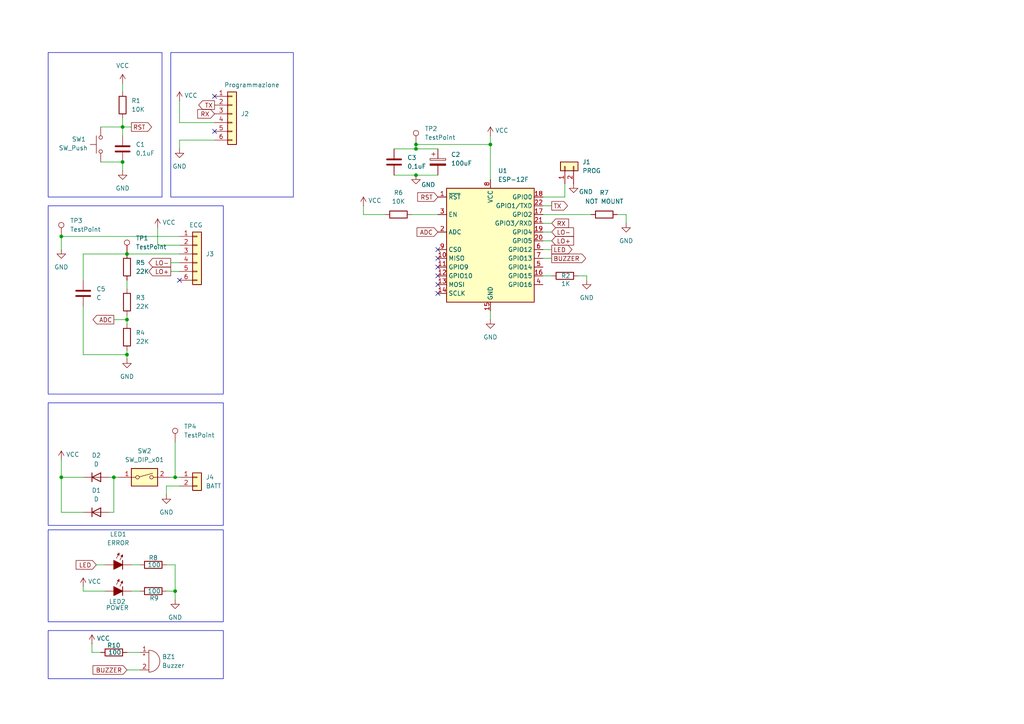
<source format=kicad_sch>
(kicad_sch
	(version 20250114)
	(generator "eeschema")
	(generator_version "9.0")
	(uuid "254e65ea-36cd-4f47-a82c-74c90563c749")
	(paper "A4")
	(lib_symbols
		(symbol "Connector:TestPoint"
			(pin_numbers
				(hide yes)
			)
			(pin_names
				(offset 0.762)
				(hide yes)
			)
			(exclude_from_sim no)
			(in_bom yes)
			(on_board yes)
			(property "Reference" "TP"
				(at 0 6.858 0)
				(effects
					(font
						(size 1.27 1.27)
					)
				)
			)
			(property "Value" "TestPoint"
				(at 0 5.08 0)
				(effects
					(font
						(size 1.27 1.27)
					)
				)
			)
			(property "Footprint" ""
				(at 5.08 0 0)
				(effects
					(font
						(size 1.27 1.27)
					)
					(hide yes)
				)
			)
			(property "Datasheet" "~"
				(at 5.08 0 0)
				(effects
					(font
						(size 1.27 1.27)
					)
					(hide yes)
				)
			)
			(property "Description" "test point"
				(at 0 0 0)
				(effects
					(font
						(size 1.27 1.27)
					)
					(hide yes)
				)
			)
			(property "ki_keywords" "test point tp"
				(at 0 0 0)
				(effects
					(font
						(size 1.27 1.27)
					)
					(hide yes)
				)
			)
			(property "ki_fp_filters" "Pin* Test*"
				(at 0 0 0)
				(effects
					(font
						(size 1.27 1.27)
					)
					(hide yes)
				)
			)
			(symbol "TestPoint_0_1"
				(circle
					(center 0 3.302)
					(radius 0.762)
					(stroke
						(width 0)
						(type default)
					)
					(fill
						(type none)
					)
				)
			)
			(symbol "TestPoint_1_1"
				(pin passive line
					(at 0 0 90)
					(length 2.54)
					(name "1"
						(effects
							(font
								(size 1.27 1.27)
							)
						)
					)
					(number "1"
						(effects
							(font
								(size 1.27 1.27)
							)
						)
					)
				)
			)
			(embedded_fonts no)
		)
		(symbol "Connector_Generic:Conn_01x02"
			(pin_names
				(offset 1.016)
				(hide yes)
			)
			(exclude_from_sim no)
			(in_bom yes)
			(on_board yes)
			(property "Reference" "J"
				(at 0 2.54 0)
				(effects
					(font
						(size 1.27 1.27)
					)
				)
			)
			(property "Value" "Conn_01x02"
				(at 0 -5.08 0)
				(effects
					(font
						(size 1.27 1.27)
					)
				)
			)
			(property "Footprint" ""
				(at 0 0 0)
				(effects
					(font
						(size 1.27 1.27)
					)
					(hide yes)
				)
			)
			(property "Datasheet" "~"
				(at 0 0 0)
				(effects
					(font
						(size 1.27 1.27)
					)
					(hide yes)
				)
			)
			(property "Description" "Generic connector, single row, 01x02, script generated (kicad-library-utils/schlib/autogen/connector/)"
				(at 0 0 0)
				(effects
					(font
						(size 1.27 1.27)
					)
					(hide yes)
				)
			)
			(property "ki_keywords" "connector"
				(at 0 0 0)
				(effects
					(font
						(size 1.27 1.27)
					)
					(hide yes)
				)
			)
			(property "ki_fp_filters" "Connector*:*_1x??_*"
				(at 0 0 0)
				(effects
					(font
						(size 1.27 1.27)
					)
					(hide yes)
				)
			)
			(symbol "Conn_01x02_1_1"
				(rectangle
					(start -1.27 1.27)
					(end 1.27 -3.81)
					(stroke
						(width 0.254)
						(type default)
					)
					(fill
						(type background)
					)
				)
				(rectangle
					(start -1.27 0.127)
					(end 0 -0.127)
					(stroke
						(width 0.1524)
						(type default)
					)
					(fill
						(type none)
					)
				)
				(rectangle
					(start -1.27 -2.413)
					(end 0 -2.667)
					(stroke
						(width 0.1524)
						(type default)
					)
					(fill
						(type none)
					)
				)
				(pin passive line
					(at -5.08 0 0)
					(length 3.81)
					(name "Pin_1"
						(effects
							(font
								(size 1.27 1.27)
							)
						)
					)
					(number "1"
						(effects
							(font
								(size 1.27 1.27)
							)
						)
					)
				)
				(pin passive line
					(at -5.08 -2.54 0)
					(length 3.81)
					(name "Pin_2"
						(effects
							(font
								(size 1.27 1.27)
							)
						)
					)
					(number "2"
						(effects
							(font
								(size 1.27 1.27)
							)
						)
					)
				)
			)
			(embedded_fonts no)
		)
		(symbol "Connector_Generic:Conn_01x06"
			(pin_names
				(offset 1.016)
				(hide yes)
			)
			(exclude_from_sim no)
			(in_bom yes)
			(on_board yes)
			(property "Reference" "J"
				(at 0 7.62 0)
				(effects
					(font
						(size 1.27 1.27)
					)
				)
			)
			(property "Value" "Conn_01x06"
				(at 0 -10.16 0)
				(effects
					(font
						(size 1.27 1.27)
					)
				)
			)
			(property "Footprint" ""
				(at 0 0 0)
				(effects
					(font
						(size 1.27 1.27)
					)
					(hide yes)
				)
			)
			(property "Datasheet" "~"
				(at 0 0 0)
				(effects
					(font
						(size 1.27 1.27)
					)
					(hide yes)
				)
			)
			(property "Description" "Generic connector, single row, 01x06, script generated (kicad-library-utils/schlib/autogen/connector/)"
				(at 0 0 0)
				(effects
					(font
						(size 1.27 1.27)
					)
					(hide yes)
				)
			)
			(property "ki_keywords" "connector"
				(at 0 0 0)
				(effects
					(font
						(size 1.27 1.27)
					)
					(hide yes)
				)
			)
			(property "ki_fp_filters" "Connector*:*_1x??_*"
				(at 0 0 0)
				(effects
					(font
						(size 1.27 1.27)
					)
					(hide yes)
				)
			)
			(symbol "Conn_01x06_1_1"
				(rectangle
					(start -1.27 6.35)
					(end 1.27 -8.89)
					(stroke
						(width 0.254)
						(type default)
					)
					(fill
						(type background)
					)
				)
				(rectangle
					(start -1.27 5.207)
					(end 0 4.953)
					(stroke
						(width 0.1524)
						(type default)
					)
					(fill
						(type none)
					)
				)
				(rectangle
					(start -1.27 2.667)
					(end 0 2.413)
					(stroke
						(width 0.1524)
						(type default)
					)
					(fill
						(type none)
					)
				)
				(rectangle
					(start -1.27 0.127)
					(end 0 -0.127)
					(stroke
						(width 0.1524)
						(type default)
					)
					(fill
						(type none)
					)
				)
				(rectangle
					(start -1.27 -2.413)
					(end 0 -2.667)
					(stroke
						(width 0.1524)
						(type default)
					)
					(fill
						(type none)
					)
				)
				(rectangle
					(start -1.27 -4.953)
					(end 0 -5.207)
					(stroke
						(width 0.1524)
						(type default)
					)
					(fill
						(type none)
					)
				)
				(rectangle
					(start -1.27 -7.493)
					(end 0 -7.747)
					(stroke
						(width 0.1524)
						(type default)
					)
					(fill
						(type none)
					)
				)
				(pin passive line
					(at -5.08 5.08 0)
					(length 3.81)
					(name "Pin_1"
						(effects
							(font
								(size 1.27 1.27)
							)
						)
					)
					(number "1"
						(effects
							(font
								(size 1.27 1.27)
							)
						)
					)
				)
				(pin passive line
					(at -5.08 2.54 0)
					(length 3.81)
					(name "Pin_2"
						(effects
							(font
								(size 1.27 1.27)
							)
						)
					)
					(number "2"
						(effects
							(font
								(size 1.27 1.27)
							)
						)
					)
				)
				(pin passive line
					(at -5.08 0 0)
					(length 3.81)
					(name "Pin_3"
						(effects
							(font
								(size 1.27 1.27)
							)
						)
					)
					(number "3"
						(effects
							(font
								(size 1.27 1.27)
							)
						)
					)
				)
				(pin passive line
					(at -5.08 -2.54 0)
					(length 3.81)
					(name "Pin_4"
						(effects
							(font
								(size 1.27 1.27)
							)
						)
					)
					(number "4"
						(effects
							(font
								(size 1.27 1.27)
							)
						)
					)
				)
				(pin passive line
					(at -5.08 -5.08 0)
					(length 3.81)
					(name "Pin_5"
						(effects
							(font
								(size 1.27 1.27)
							)
						)
					)
					(number "5"
						(effects
							(font
								(size 1.27 1.27)
							)
						)
					)
				)
				(pin passive line
					(at -5.08 -7.62 0)
					(length 3.81)
					(name "Pin_6"
						(effects
							(font
								(size 1.27 1.27)
							)
						)
					)
					(number "6"
						(effects
							(font
								(size 1.27 1.27)
							)
						)
					)
				)
			)
			(embedded_fonts no)
		)
		(symbol "Device:Buzzer"
			(pin_names
				(offset 0.0254)
				(hide yes)
			)
			(exclude_from_sim no)
			(in_bom yes)
			(on_board yes)
			(property "Reference" "BZ"
				(at 3.81 1.27 0)
				(effects
					(font
						(size 1.27 1.27)
					)
					(justify left)
				)
			)
			(property "Value" "Buzzer"
				(at 3.81 -1.27 0)
				(effects
					(font
						(size 1.27 1.27)
					)
					(justify left)
				)
			)
			(property "Footprint" ""
				(at -0.635 2.54 90)
				(effects
					(font
						(size 1.27 1.27)
					)
					(hide yes)
				)
			)
			(property "Datasheet" "~"
				(at -0.635 2.54 90)
				(effects
					(font
						(size 1.27 1.27)
					)
					(hide yes)
				)
			)
			(property "Description" "Buzzer, polarized"
				(at 0 0 0)
				(effects
					(font
						(size 1.27 1.27)
					)
					(hide yes)
				)
			)
			(property "ki_keywords" "quartz resonator ceramic"
				(at 0 0 0)
				(effects
					(font
						(size 1.27 1.27)
					)
					(hide yes)
				)
			)
			(property "ki_fp_filters" "*Buzzer*"
				(at 0 0 0)
				(effects
					(font
						(size 1.27 1.27)
					)
					(hide yes)
				)
			)
			(symbol "Buzzer_0_1"
				(polyline
					(pts
						(xy -1.651 1.905) (xy -1.143 1.905)
					)
					(stroke
						(width 0)
						(type default)
					)
					(fill
						(type none)
					)
				)
				(polyline
					(pts
						(xy -1.397 2.159) (xy -1.397 1.651)
					)
					(stroke
						(width 0)
						(type default)
					)
					(fill
						(type none)
					)
				)
				(arc
					(start 0 3.175)
					(mid 3.1612 0)
					(end 0 -3.175)
					(stroke
						(width 0)
						(type default)
					)
					(fill
						(type none)
					)
				)
				(polyline
					(pts
						(xy 0 3.175) (xy 0 -3.175)
					)
					(stroke
						(width 0)
						(type default)
					)
					(fill
						(type none)
					)
				)
			)
			(symbol "Buzzer_1_1"
				(pin passive line
					(at -2.54 2.54 0)
					(length 2.54)
					(name "+"
						(effects
							(font
								(size 1.27 1.27)
							)
						)
					)
					(number "1"
						(effects
							(font
								(size 1.27 1.27)
							)
						)
					)
				)
				(pin passive line
					(at -2.54 -2.54 0)
					(length 2.54)
					(name "-"
						(effects
							(font
								(size 1.27 1.27)
							)
						)
					)
					(number "2"
						(effects
							(font
								(size 1.27 1.27)
							)
						)
					)
				)
			)
			(embedded_fonts no)
		)
		(symbol "Device:C"
			(pin_numbers
				(hide yes)
			)
			(pin_names
				(offset 0.254)
			)
			(exclude_from_sim no)
			(in_bom yes)
			(on_board yes)
			(property "Reference" "C"
				(at 0.635 2.54 0)
				(effects
					(font
						(size 1.27 1.27)
					)
					(justify left)
				)
			)
			(property "Value" "C"
				(at 0.635 -2.54 0)
				(effects
					(font
						(size 1.27 1.27)
					)
					(justify left)
				)
			)
			(property "Footprint" ""
				(at 0.9652 -3.81 0)
				(effects
					(font
						(size 1.27 1.27)
					)
					(hide yes)
				)
			)
			(property "Datasheet" "~"
				(at 0 0 0)
				(effects
					(font
						(size 1.27 1.27)
					)
					(hide yes)
				)
			)
			(property "Description" "Unpolarized capacitor"
				(at 0 0 0)
				(effects
					(font
						(size 1.27 1.27)
					)
					(hide yes)
				)
			)
			(property "ki_keywords" "cap capacitor"
				(at 0 0 0)
				(effects
					(font
						(size 1.27 1.27)
					)
					(hide yes)
				)
			)
			(property "ki_fp_filters" "C_*"
				(at 0 0 0)
				(effects
					(font
						(size 1.27 1.27)
					)
					(hide yes)
				)
			)
			(symbol "C_0_1"
				(polyline
					(pts
						(xy -2.032 0.762) (xy 2.032 0.762)
					)
					(stroke
						(width 0.508)
						(type default)
					)
					(fill
						(type none)
					)
				)
				(polyline
					(pts
						(xy -2.032 -0.762) (xy 2.032 -0.762)
					)
					(stroke
						(width 0.508)
						(type default)
					)
					(fill
						(type none)
					)
				)
			)
			(symbol "C_1_1"
				(pin passive line
					(at 0 3.81 270)
					(length 2.794)
					(name "~"
						(effects
							(font
								(size 1.27 1.27)
							)
						)
					)
					(number "1"
						(effects
							(font
								(size 1.27 1.27)
							)
						)
					)
				)
				(pin passive line
					(at 0 -3.81 90)
					(length 2.794)
					(name "~"
						(effects
							(font
								(size 1.27 1.27)
							)
						)
					)
					(number "2"
						(effects
							(font
								(size 1.27 1.27)
							)
						)
					)
				)
			)
			(embedded_fonts no)
		)
		(symbol "Device:C_Polarized"
			(pin_numbers
				(hide yes)
			)
			(pin_names
				(offset 0.254)
			)
			(exclude_from_sim no)
			(in_bom yes)
			(on_board yes)
			(property "Reference" "C"
				(at 0.635 2.54 0)
				(effects
					(font
						(size 1.27 1.27)
					)
					(justify left)
				)
			)
			(property "Value" "C_Polarized"
				(at 0.635 -2.54 0)
				(effects
					(font
						(size 1.27 1.27)
					)
					(justify left)
				)
			)
			(property "Footprint" ""
				(at 0.9652 -3.81 0)
				(effects
					(font
						(size 1.27 1.27)
					)
					(hide yes)
				)
			)
			(property "Datasheet" "~"
				(at 0 0 0)
				(effects
					(font
						(size 1.27 1.27)
					)
					(hide yes)
				)
			)
			(property "Description" "Polarized capacitor"
				(at 0 0 0)
				(effects
					(font
						(size 1.27 1.27)
					)
					(hide yes)
				)
			)
			(property "ki_keywords" "cap capacitor"
				(at 0 0 0)
				(effects
					(font
						(size 1.27 1.27)
					)
					(hide yes)
				)
			)
			(property "ki_fp_filters" "CP_*"
				(at 0 0 0)
				(effects
					(font
						(size 1.27 1.27)
					)
					(hide yes)
				)
			)
			(symbol "C_Polarized_0_1"
				(rectangle
					(start -2.286 0.508)
					(end 2.286 1.016)
					(stroke
						(width 0)
						(type default)
					)
					(fill
						(type none)
					)
				)
				(polyline
					(pts
						(xy -1.778 2.286) (xy -0.762 2.286)
					)
					(stroke
						(width 0)
						(type default)
					)
					(fill
						(type none)
					)
				)
				(polyline
					(pts
						(xy -1.27 2.794) (xy -1.27 1.778)
					)
					(stroke
						(width 0)
						(type default)
					)
					(fill
						(type none)
					)
				)
				(rectangle
					(start 2.286 -0.508)
					(end -2.286 -1.016)
					(stroke
						(width 0)
						(type default)
					)
					(fill
						(type outline)
					)
				)
			)
			(symbol "C_Polarized_1_1"
				(pin passive line
					(at 0 3.81 270)
					(length 2.794)
					(name "~"
						(effects
							(font
								(size 1.27 1.27)
							)
						)
					)
					(number "1"
						(effects
							(font
								(size 1.27 1.27)
							)
						)
					)
				)
				(pin passive line
					(at 0 -3.81 90)
					(length 2.794)
					(name "~"
						(effects
							(font
								(size 1.27 1.27)
							)
						)
					)
					(number "2"
						(effects
							(font
								(size 1.27 1.27)
							)
						)
					)
				)
			)
			(embedded_fonts no)
		)
		(symbol "Device:D"
			(pin_numbers
				(hide yes)
			)
			(pin_names
				(offset 1.016)
				(hide yes)
			)
			(exclude_from_sim no)
			(in_bom yes)
			(on_board yes)
			(property "Reference" "D"
				(at 0 2.54 0)
				(effects
					(font
						(size 1.27 1.27)
					)
				)
			)
			(property "Value" "D"
				(at 0 -2.54 0)
				(effects
					(font
						(size 1.27 1.27)
					)
				)
			)
			(property "Footprint" ""
				(at 0 0 0)
				(effects
					(font
						(size 1.27 1.27)
					)
					(hide yes)
				)
			)
			(property "Datasheet" "~"
				(at 0 0 0)
				(effects
					(font
						(size 1.27 1.27)
					)
					(hide yes)
				)
			)
			(property "Description" "Diode"
				(at 0 0 0)
				(effects
					(font
						(size 1.27 1.27)
					)
					(hide yes)
				)
			)
			(property "Sim.Device" "D"
				(at 0 0 0)
				(effects
					(font
						(size 1.27 1.27)
					)
					(hide yes)
				)
			)
			(property "Sim.Pins" "1=K 2=A"
				(at 0 0 0)
				(effects
					(font
						(size 1.27 1.27)
					)
					(hide yes)
				)
			)
			(property "ki_keywords" "diode"
				(at 0 0 0)
				(effects
					(font
						(size 1.27 1.27)
					)
					(hide yes)
				)
			)
			(property "ki_fp_filters" "TO-???* *_Diode_* *SingleDiode* D_*"
				(at 0 0 0)
				(effects
					(font
						(size 1.27 1.27)
					)
					(hide yes)
				)
			)
			(symbol "D_0_1"
				(polyline
					(pts
						(xy -1.27 1.27) (xy -1.27 -1.27)
					)
					(stroke
						(width 0.254)
						(type default)
					)
					(fill
						(type none)
					)
				)
				(polyline
					(pts
						(xy 1.27 1.27) (xy 1.27 -1.27) (xy -1.27 0) (xy 1.27 1.27)
					)
					(stroke
						(width 0.254)
						(type default)
					)
					(fill
						(type none)
					)
				)
				(polyline
					(pts
						(xy 1.27 0) (xy -1.27 0)
					)
					(stroke
						(width 0)
						(type default)
					)
					(fill
						(type none)
					)
				)
			)
			(symbol "D_1_1"
				(pin passive line
					(at -3.81 0 0)
					(length 2.54)
					(name "K"
						(effects
							(font
								(size 1.27 1.27)
							)
						)
					)
					(number "1"
						(effects
							(font
								(size 1.27 1.27)
							)
						)
					)
				)
				(pin passive line
					(at 3.81 0 180)
					(length 2.54)
					(name "A"
						(effects
							(font
								(size 1.27 1.27)
							)
						)
					)
					(number "2"
						(effects
							(font
								(size 1.27 1.27)
							)
						)
					)
				)
			)
			(embedded_fonts no)
		)
		(symbol "Device:R"
			(pin_numbers
				(hide yes)
			)
			(pin_names
				(offset 0)
			)
			(exclude_from_sim no)
			(in_bom yes)
			(on_board yes)
			(property "Reference" "R"
				(at 2.032 0 90)
				(effects
					(font
						(size 1.27 1.27)
					)
				)
			)
			(property "Value" "R"
				(at 0 0 90)
				(effects
					(font
						(size 1.27 1.27)
					)
				)
			)
			(property "Footprint" ""
				(at -1.778 0 90)
				(effects
					(font
						(size 1.27 1.27)
					)
					(hide yes)
				)
			)
			(property "Datasheet" "~"
				(at 0 0 0)
				(effects
					(font
						(size 1.27 1.27)
					)
					(hide yes)
				)
			)
			(property "Description" "Resistor"
				(at 0 0 0)
				(effects
					(font
						(size 1.27 1.27)
					)
					(hide yes)
				)
			)
			(property "ki_keywords" "R res resistor"
				(at 0 0 0)
				(effects
					(font
						(size 1.27 1.27)
					)
					(hide yes)
				)
			)
			(property "ki_fp_filters" "R_*"
				(at 0 0 0)
				(effects
					(font
						(size 1.27 1.27)
					)
					(hide yes)
				)
			)
			(symbol "R_0_1"
				(rectangle
					(start -1.016 -2.54)
					(end 1.016 2.54)
					(stroke
						(width 0.254)
						(type default)
					)
					(fill
						(type none)
					)
				)
			)
			(symbol "R_1_1"
				(pin passive line
					(at 0 3.81 270)
					(length 1.27)
					(name "~"
						(effects
							(font
								(size 1.27 1.27)
							)
						)
					)
					(number "1"
						(effects
							(font
								(size 1.27 1.27)
							)
						)
					)
				)
				(pin passive line
					(at 0 -3.81 90)
					(length 1.27)
					(name "~"
						(effects
							(font
								(size 1.27 1.27)
							)
						)
					)
					(number "2"
						(effects
							(font
								(size 1.27 1.27)
							)
						)
					)
				)
			)
			(embedded_fonts no)
		)
		(symbol "PCM_LED_AKL:LED_3mm_Horizontal"
			(pin_numbers
				(hide yes)
			)
			(pin_names
				(offset 1.016)
				(hide yes)
			)
			(exclude_from_sim no)
			(in_bom yes)
			(on_board yes)
			(property "Reference" "LED"
				(at 0 7.62 0)
				(effects
					(font
						(size 1.27 1.27)
					)
				)
			)
			(property "Value" "LED_3mm_Horizontal"
				(at 0 5.08 0)
				(effects
					(font
						(size 1.27 1.27)
					)
				)
			)
			(property "Footprint" "PCM_LED_THT_AKL:LED_D3.0mm_Horizontal_O3.81mm_Z2.0mm"
				(at 0 0 0)
				(effects
					(font
						(size 1.27 1.27)
					)
					(hide yes)
				)
			)
			(property "Datasheet" "~"
				(at 0 0 0)
				(effects
					(font
						(size 1.27 1.27)
					)
					(hide yes)
				)
			)
			(property "Description" "LED, horizontal 3mm THT, Alternate KiCad Library"
				(at 0 0 0)
				(effects
					(font
						(size 1.27 1.27)
					)
					(hide yes)
				)
			)
			(property "ki_keywords" "LED diode generic 3mm THT horizontal"
				(at 0 0 0)
				(effects
					(font
						(size 1.27 1.27)
					)
					(hide yes)
				)
			)
			(property "ki_fp_filters" "LED* LED_SMD:* LED_THT:*"
				(at 0 0 0)
				(effects
					(font
						(size 1.27 1.27)
					)
					(hide yes)
				)
			)
			(symbol "LED_3mm_Horizontal_0_1"
				(polyline
					(pts
						(xy -1.27 1.27) (xy -1.27 -1.27) (xy 1.27 0) (xy -1.27 1.27)
					)
					(stroke
						(width 0.254)
						(type default)
					)
					(fill
						(type outline)
					)
				)
				(polyline
					(pts
						(xy -0.508 1.905) (xy 0.254 3.429)
					)
					(stroke
						(width 0.1524)
						(type default)
					)
					(fill
						(type none)
					)
				)
				(polyline
					(pts
						(xy 0 2.921) (xy -0.254 3.048)
					)
					(stroke
						(width 0.1524)
						(type default)
					)
					(fill
						(type none)
					)
				)
				(polyline
					(pts
						(xy 0 2.921) (xy 0.254 2.794)
					)
					(stroke
						(width 0.1524)
						(type default)
					)
					(fill
						(type none)
					)
				)
				(polyline
					(pts
						(xy 0.254 2.794) (xy -0.254 3.048) (xy 0.254 3.429) (xy 0.254 2.794)
					)
					(stroke
						(width 0.1524)
						(type default)
					)
					(fill
						(type outline)
					)
				)
				(polyline
					(pts
						(xy 0.508 1.397) (xy 1.27 2.921)
					)
					(stroke
						(width 0.1524)
						(type default)
					)
					(fill
						(type none)
					)
				)
				(polyline
					(pts
						(xy 1.016 2.413) (xy 0.762 2.54)
					)
					(stroke
						(width 0.1524)
						(type default)
					)
					(fill
						(type none)
					)
				)
				(polyline
					(pts
						(xy 1.016 2.413) (xy 1.27 2.286)
					)
					(stroke
						(width 0.1524)
						(type default)
					)
					(fill
						(type none)
					)
				)
				(polyline
					(pts
						(xy 1.27 2.286) (xy 0.762 2.54) (xy 1.27 2.921) (xy 1.27 2.286)
					)
					(stroke
						(width 0.1524)
						(type default)
					)
					(fill
						(type outline)
					)
				)
				(polyline
					(pts
						(xy 1.27 1.27) (xy 1.27 -1.27)
					)
					(stroke
						(width 0.254)
						(type default)
					)
					(fill
						(type none)
					)
				)
				(polyline
					(pts
						(xy 1.27 0) (xy -1.27 0)
					)
					(stroke
						(width 0)
						(type default)
					)
					(fill
						(type none)
					)
				)
			)
			(symbol "LED_3mm_Horizontal_0_2"
				(polyline
					(pts
						(xy -2.54 -2.54) (xy 2.54 2.54)
					)
					(stroke
						(width 0)
						(type default)
					)
					(fill
						(type none)
					)
				)
				(polyline
					(pts
						(xy -2.159 2.413) (xy -2.286 1.778) (xy -1.6764 1.9812) (xy -2.159 2.413)
					)
					(stroke
						(width 0)
						(type default)
					)
					(fill
						(type outline)
					)
				)
				(polyline
					(pts
						(xy -1.651 0.889) (xy -2.159 2.413)
					)
					(stroke
						(width 0)
						(type default)
					)
					(fill
						(type none)
					)
				)
				(polyline
					(pts
						(xy -1.016 2.794) (xy -1.143 2.159) (xy -0.5334 2.3622) (xy -1.016 2.794)
					)
					(stroke
						(width 0)
						(type default)
					)
					(fill
						(type outline)
					)
				)
				(polyline
					(pts
						(xy -0.889 -0.889) (xy -1.778 0) (xy 0.889 0.889) (xy 0 -1.778) (xy -0.889 -0.889)
					)
					(stroke
						(width 0.254)
						(type default)
					)
					(fill
						(type outline)
					)
				)
				(polyline
					(pts
						(xy -0.508 1.27) (xy -1.016 2.794)
					)
					(stroke
						(width 0)
						(type default)
					)
					(fill
						(type none)
					)
				)
				(polyline
					(pts
						(xy 0 1.778) (xy 1.778 0)
					)
					(stroke
						(width 0.254)
						(type default)
					)
					(fill
						(type none)
					)
				)
			)
			(symbol "LED_3mm_Horizontal_1_1"
				(pin passive line
					(at -3.81 0 0)
					(length 2.54)
					(name "A"
						(effects
							(font
								(size 1.27 1.27)
							)
						)
					)
					(number "2"
						(effects
							(font
								(size 1.27 1.27)
							)
						)
					)
				)
				(pin passive line
					(at 3.81 0 180)
					(length 2.54)
					(name "K"
						(effects
							(font
								(size 1.27 1.27)
							)
						)
					)
					(number "1"
						(effects
							(font
								(size 1.27 1.27)
							)
						)
					)
				)
			)
			(symbol "LED_3mm_Horizontal_1_2"
				(pin passive line
					(at -2.54 -2.54 0)
					(length 0)
					(name "A"
						(effects
							(font
								(size 1.27 1.27)
							)
						)
					)
					(number "2"
						(effects
							(font
								(size 1.27 1.27)
							)
						)
					)
				)
				(pin passive line
					(at 2.54 2.54 180)
					(length 0)
					(name "K"
						(effects
							(font
								(size 1.27 1.27)
							)
						)
					)
					(number "1"
						(effects
							(font
								(size 1.27 1.27)
							)
						)
					)
				)
			)
			(embedded_fonts no)
		)
		(symbol "RF_Module:ESP-12F"
			(exclude_from_sim no)
			(in_bom yes)
			(on_board yes)
			(property "Reference" "U"
				(at -12.7 19.05 0)
				(effects
					(font
						(size 1.27 1.27)
					)
					(justify left)
				)
			)
			(property "Value" "ESP-12F"
				(at 12.7 19.05 0)
				(effects
					(font
						(size 1.27 1.27)
					)
					(justify right)
				)
			)
			(property "Footprint" "RF_Module:ESP-12E"
				(at 0 0 0)
				(effects
					(font
						(size 1.27 1.27)
					)
					(hide yes)
				)
			)
			(property "Datasheet" "http://wiki.ai-thinker.com/_media/esp8266/esp8266_series_modules_user_manual_v1.1.pdf"
				(at -8.89 2.54 0)
				(effects
					(font
						(size 1.27 1.27)
					)
					(hide yes)
				)
			)
			(property "Description" "802.11 b/g/n Wi-Fi Module"
				(at 0 0 0)
				(effects
					(font
						(size 1.27 1.27)
					)
					(hide yes)
				)
			)
			(property "ki_keywords" "802.11 Wi-Fi"
				(at 0 0 0)
				(effects
					(font
						(size 1.27 1.27)
					)
					(hide yes)
				)
			)
			(property "ki_fp_filters" "ESP?12*"
				(at 0 0 0)
				(effects
					(font
						(size 1.27 1.27)
					)
					(hide yes)
				)
			)
			(symbol "ESP-12F_0_1"
				(rectangle
					(start -12.7 17.78)
					(end 12.7 -15.24)
					(stroke
						(width 0.254)
						(type default)
					)
					(fill
						(type background)
					)
				)
			)
			(symbol "ESP-12F_1_1"
				(pin input line
					(at -15.24 15.24 0)
					(length 2.54)
					(name "~{RST}"
						(effects
							(font
								(size 1.27 1.27)
							)
						)
					)
					(number "1"
						(effects
							(font
								(size 1.27 1.27)
							)
						)
					)
				)
				(pin input line
					(at -15.24 10.16 0)
					(length 2.54)
					(name "EN"
						(effects
							(font
								(size 1.27 1.27)
							)
						)
					)
					(number "3"
						(effects
							(font
								(size 1.27 1.27)
							)
						)
					)
				)
				(pin input line
					(at -15.24 5.08 0)
					(length 2.54)
					(name "ADC"
						(effects
							(font
								(size 1.27 1.27)
							)
						)
					)
					(number "2"
						(effects
							(font
								(size 1.27 1.27)
							)
						)
					)
				)
				(pin input line
					(at -15.24 0 0)
					(length 2.54)
					(name "CS0"
						(effects
							(font
								(size 1.27 1.27)
							)
						)
					)
					(number "9"
						(effects
							(font
								(size 1.27 1.27)
							)
						)
					)
				)
				(pin bidirectional line
					(at -15.24 -2.54 0)
					(length 2.54)
					(name "MISO"
						(effects
							(font
								(size 1.27 1.27)
							)
						)
					)
					(number "10"
						(effects
							(font
								(size 1.27 1.27)
							)
						)
					)
				)
				(pin bidirectional line
					(at -15.24 -5.08 0)
					(length 2.54)
					(name "GPIO9"
						(effects
							(font
								(size 1.27 1.27)
							)
						)
					)
					(number "11"
						(effects
							(font
								(size 1.27 1.27)
							)
						)
					)
				)
				(pin bidirectional line
					(at -15.24 -7.62 0)
					(length 2.54)
					(name "GPIO10"
						(effects
							(font
								(size 1.27 1.27)
							)
						)
					)
					(number "12"
						(effects
							(font
								(size 1.27 1.27)
							)
						)
					)
				)
				(pin bidirectional line
					(at -15.24 -10.16 0)
					(length 2.54)
					(name "MOSI"
						(effects
							(font
								(size 1.27 1.27)
							)
						)
					)
					(number "13"
						(effects
							(font
								(size 1.27 1.27)
							)
						)
					)
				)
				(pin bidirectional line
					(at -15.24 -12.7 0)
					(length 2.54)
					(name "SCLK"
						(effects
							(font
								(size 1.27 1.27)
							)
						)
					)
					(number "14"
						(effects
							(font
								(size 1.27 1.27)
							)
						)
					)
				)
				(pin power_in line
					(at 0 20.32 270)
					(length 2.54)
					(name "VCC"
						(effects
							(font
								(size 1.27 1.27)
							)
						)
					)
					(number "8"
						(effects
							(font
								(size 1.27 1.27)
							)
						)
					)
				)
				(pin power_in line
					(at 0 -17.78 90)
					(length 2.54)
					(name "GND"
						(effects
							(font
								(size 1.27 1.27)
							)
						)
					)
					(number "15"
						(effects
							(font
								(size 1.27 1.27)
							)
						)
					)
				)
				(pin bidirectional line
					(at 15.24 15.24 180)
					(length 2.54)
					(name "GPIO0"
						(effects
							(font
								(size 1.27 1.27)
							)
						)
					)
					(number "18"
						(effects
							(font
								(size 1.27 1.27)
							)
						)
					)
				)
				(pin bidirectional line
					(at 15.24 12.7 180)
					(length 2.54)
					(name "GPIO1/TXD"
						(effects
							(font
								(size 1.27 1.27)
							)
						)
					)
					(number "22"
						(effects
							(font
								(size 1.27 1.27)
							)
						)
					)
				)
				(pin bidirectional line
					(at 15.24 10.16 180)
					(length 2.54)
					(name "GPIO2"
						(effects
							(font
								(size 1.27 1.27)
							)
						)
					)
					(number "17"
						(effects
							(font
								(size 1.27 1.27)
							)
						)
					)
				)
				(pin bidirectional line
					(at 15.24 7.62 180)
					(length 2.54)
					(name "GPIO3/RXD"
						(effects
							(font
								(size 1.27 1.27)
							)
						)
					)
					(number "21"
						(effects
							(font
								(size 1.27 1.27)
							)
						)
					)
				)
				(pin bidirectional line
					(at 15.24 5.08 180)
					(length 2.54)
					(name "GPIO4"
						(effects
							(font
								(size 1.27 1.27)
							)
						)
					)
					(number "19"
						(effects
							(font
								(size 1.27 1.27)
							)
						)
					)
				)
				(pin bidirectional line
					(at 15.24 2.54 180)
					(length 2.54)
					(name "GPIO5"
						(effects
							(font
								(size 1.27 1.27)
							)
						)
					)
					(number "20"
						(effects
							(font
								(size 1.27 1.27)
							)
						)
					)
				)
				(pin bidirectional line
					(at 15.24 0 180)
					(length 2.54)
					(name "GPIO12"
						(effects
							(font
								(size 1.27 1.27)
							)
						)
					)
					(number "6"
						(effects
							(font
								(size 1.27 1.27)
							)
						)
					)
				)
				(pin bidirectional line
					(at 15.24 -2.54 180)
					(length 2.54)
					(name "GPIO13"
						(effects
							(font
								(size 1.27 1.27)
							)
						)
					)
					(number "7"
						(effects
							(font
								(size 1.27 1.27)
							)
						)
					)
				)
				(pin bidirectional line
					(at 15.24 -5.08 180)
					(length 2.54)
					(name "GPIO14"
						(effects
							(font
								(size 1.27 1.27)
							)
						)
					)
					(number "5"
						(effects
							(font
								(size 1.27 1.27)
							)
						)
					)
				)
				(pin bidirectional line
					(at 15.24 -7.62 180)
					(length 2.54)
					(name "GPIO15"
						(effects
							(font
								(size 1.27 1.27)
							)
						)
					)
					(number "16"
						(effects
							(font
								(size 1.27 1.27)
							)
						)
					)
				)
				(pin bidirectional line
					(at 15.24 -10.16 180)
					(length 2.54)
					(name "GPIO16"
						(effects
							(font
								(size 1.27 1.27)
							)
						)
					)
					(number "4"
						(effects
							(font
								(size 1.27 1.27)
							)
						)
					)
				)
			)
			(embedded_fonts no)
		)
		(symbol "Switch:SW_DIP_x01"
			(pin_names
				(offset 0)
				(hide yes)
			)
			(exclude_from_sim no)
			(in_bom yes)
			(on_board yes)
			(property "Reference" "SW"
				(at 0 3.81 0)
				(effects
					(font
						(size 1.27 1.27)
					)
				)
			)
			(property "Value" "SW_DIP_x01"
				(at 0 -3.81 0)
				(effects
					(font
						(size 1.27 1.27)
					)
				)
			)
			(property "Footprint" ""
				(at 0 0 0)
				(effects
					(font
						(size 1.27 1.27)
					)
					(hide yes)
				)
			)
			(property "Datasheet" "~"
				(at 0 0 0)
				(effects
					(font
						(size 1.27 1.27)
					)
					(hide yes)
				)
			)
			(property "Description" "1x DIP Switch, Single Pole Single Throw (SPST) switch, small symbol"
				(at 0 0 0)
				(effects
					(font
						(size 1.27 1.27)
					)
					(hide yes)
				)
			)
			(property "ki_keywords" "dip switch"
				(at 0 0 0)
				(effects
					(font
						(size 1.27 1.27)
					)
					(hide yes)
				)
			)
			(property "ki_fp_filters" "SW?DIP?x1*"
				(at 0 0 0)
				(effects
					(font
						(size 1.27 1.27)
					)
					(hide yes)
				)
			)
			(symbol "SW_DIP_x01_0_0"
				(circle
					(center -2.032 0)
					(radius 0.508)
					(stroke
						(width 0)
						(type default)
					)
					(fill
						(type none)
					)
				)
				(polyline
					(pts
						(xy -1.524 0.127) (xy 2.3622 1.1684)
					)
					(stroke
						(width 0)
						(type default)
					)
					(fill
						(type none)
					)
				)
				(circle
					(center 2.032 0)
					(radius 0.508)
					(stroke
						(width 0)
						(type default)
					)
					(fill
						(type none)
					)
				)
			)
			(symbol "SW_DIP_x01_0_1"
				(rectangle
					(start -3.81 2.54)
					(end 3.81 -2.54)
					(stroke
						(width 0.254)
						(type default)
					)
					(fill
						(type background)
					)
				)
			)
			(symbol "SW_DIP_x01_1_1"
				(pin passive line
					(at -7.62 0 0)
					(length 5.08)
					(name "~"
						(effects
							(font
								(size 1.27 1.27)
							)
						)
					)
					(number "1"
						(effects
							(font
								(size 1.27 1.27)
							)
						)
					)
				)
				(pin passive line
					(at 7.62 0 180)
					(length 5.08)
					(name "~"
						(effects
							(font
								(size 1.27 1.27)
							)
						)
					)
					(number "2"
						(effects
							(font
								(size 1.27 1.27)
							)
						)
					)
				)
			)
			(embedded_fonts no)
		)
		(symbol "Switch:SW_Push"
			(pin_numbers
				(hide yes)
			)
			(pin_names
				(offset 1.016)
				(hide yes)
			)
			(exclude_from_sim no)
			(in_bom yes)
			(on_board yes)
			(property "Reference" "SW"
				(at 1.27 2.54 0)
				(effects
					(font
						(size 1.27 1.27)
					)
					(justify left)
				)
			)
			(property "Value" "SW_Push"
				(at 0 -1.524 0)
				(effects
					(font
						(size 1.27 1.27)
					)
				)
			)
			(property "Footprint" ""
				(at 0 5.08 0)
				(effects
					(font
						(size 1.27 1.27)
					)
					(hide yes)
				)
			)
			(property "Datasheet" "~"
				(at 0 5.08 0)
				(effects
					(font
						(size 1.27 1.27)
					)
					(hide yes)
				)
			)
			(property "Description" "Push button switch, generic, two pins"
				(at 0 0 0)
				(effects
					(font
						(size 1.27 1.27)
					)
					(hide yes)
				)
			)
			(property "ki_keywords" "switch normally-open pushbutton push-button"
				(at 0 0 0)
				(effects
					(font
						(size 1.27 1.27)
					)
					(hide yes)
				)
			)
			(symbol "SW_Push_0_1"
				(circle
					(center -2.032 0)
					(radius 0.508)
					(stroke
						(width 0)
						(type default)
					)
					(fill
						(type none)
					)
				)
				(polyline
					(pts
						(xy 0 1.27) (xy 0 3.048)
					)
					(stroke
						(width 0)
						(type default)
					)
					(fill
						(type none)
					)
				)
				(circle
					(center 2.032 0)
					(radius 0.508)
					(stroke
						(width 0)
						(type default)
					)
					(fill
						(type none)
					)
				)
				(polyline
					(pts
						(xy 2.54 1.27) (xy -2.54 1.27)
					)
					(stroke
						(width 0)
						(type default)
					)
					(fill
						(type none)
					)
				)
				(pin passive line
					(at -5.08 0 0)
					(length 2.54)
					(name "1"
						(effects
							(font
								(size 1.27 1.27)
							)
						)
					)
					(number "1"
						(effects
							(font
								(size 1.27 1.27)
							)
						)
					)
				)
				(pin passive line
					(at 5.08 0 180)
					(length 2.54)
					(name "2"
						(effects
							(font
								(size 1.27 1.27)
							)
						)
					)
					(number "2"
						(effects
							(font
								(size 1.27 1.27)
							)
						)
					)
				)
			)
			(embedded_fonts no)
		)
		(symbol "power:GND"
			(power)
			(pin_numbers
				(hide yes)
			)
			(pin_names
				(offset 0)
				(hide yes)
			)
			(exclude_from_sim no)
			(in_bom yes)
			(on_board yes)
			(property "Reference" "#PWR"
				(at 0 -6.35 0)
				(effects
					(font
						(size 1.27 1.27)
					)
					(hide yes)
				)
			)
			(property "Value" "GND"
				(at 0 -3.81 0)
				(effects
					(font
						(size 1.27 1.27)
					)
				)
			)
			(property "Footprint" ""
				(at 0 0 0)
				(effects
					(font
						(size 1.27 1.27)
					)
					(hide yes)
				)
			)
			(property "Datasheet" ""
				(at 0 0 0)
				(effects
					(font
						(size 1.27 1.27)
					)
					(hide yes)
				)
			)
			(property "Description" "Power symbol creates a global label with name \"GND\" , ground"
				(at 0 0 0)
				(effects
					(font
						(size 1.27 1.27)
					)
					(hide yes)
				)
			)
			(property "ki_keywords" "global power"
				(at 0 0 0)
				(effects
					(font
						(size 1.27 1.27)
					)
					(hide yes)
				)
			)
			(symbol "GND_0_1"
				(polyline
					(pts
						(xy 0 0) (xy 0 -1.27) (xy 1.27 -1.27) (xy 0 -2.54) (xy -1.27 -1.27) (xy 0 -1.27)
					)
					(stroke
						(width 0)
						(type default)
					)
					(fill
						(type none)
					)
				)
			)
			(symbol "GND_1_1"
				(pin power_in line
					(at 0 0 270)
					(length 0)
					(name "~"
						(effects
							(font
								(size 1.27 1.27)
							)
						)
					)
					(number "1"
						(effects
							(font
								(size 1.27 1.27)
							)
						)
					)
				)
			)
			(embedded_fonts no)
		)
		(symbol "power:VCC"
			(power)
			(pin_numbers
				(hide yes)
			)
			(pin_names
				(offset 0)
				(hide yes)
			)
			(exclude_from_sim no)
			(in_bom yes)
			(on_board yes)
			(property "Reference" "#PWR"
				(at 0 -3.81 0)
				(effects
					(font
						(size 1.27 1.27)
					)
					(hide yes)
				)
			)
			(property "Value" "VCC"
				(at 0 3.556 0)
				(effects
					(font
						(size 1.27 1.27)
					)
				)
			)
			(property "Footprint" ""
				(at 0 0 0)
				(effects
					(font
						(size 1.27 1.27)
					)
					(hide yes)
				)
			)
			(property "Datasheet" ""
				(at 0 0 0)
				(effects
					(font
						(size 1.27 1.27)
					)
					(hide yes)
				)
			)
			(property "Description" "Power symbol creates a global label with name \"VCC\""
				(at 0 0 0)
				(effects
					(font
						(size 1.27 1.27)
					)
					(hide yes)
				)
			)
			(property "ki_keywords" "global power"
				(at 0 0 0)
				(effects
					(font
						(size 1.27 1.27)
					)
					(hide yes)
				)
			)
			(symbol "VCC_0_1"
				(polyline
					(pts
						(xy -0.762 1.27) (xy 0 2.54)
					)
					(stroke
						(width 0)
						(type default)
					)
					(fill
						(type none)
					)
				)
				(polyline
					(pts
						(xy 0 2.54) (xy 0.762 1.27)
					)
					(stroke
						(width 0)
						(type default)
					)
					(fill
						(type none)
					)
				)
				(polyline
					(pts
						(xy 0 0) (xy 0 2.54)
					)
					(stroke
						(width 0)
						(type default)
					)
					(fill
						(type none)
					)
				)
			)
			(symbol "VCC_1_1"
				(pin power_in line
					(at 0 0 90)
					(length 0)
					(name "~"
						(effects
							(font
								(size 1.27 1.27)
							)
						)
					)
					(number "1"
						(effects
							(font
								(size 1.27 1.27)
							)
						)
					)
				)
			)
			(embedded_fonts no)
		)
	)
	(rectangle
		(start 13.97 153.67)
		(end 64.77 180.34)
		(stroke
			(width 0)
			(type default)
		)
		(fill
			(type none)
		)
		(uuid 1c09cf29-fe3c-46f7-b486-bd9748e9cf05)
	)
	(rectangle
		(start 13.97 15.24)
		(end 46.99 57.15)
		(stroke
			(width 0)
			(type default)
		)
		(fill
			(type none)
		)
		(uuid 6f8bd6e5-b513-451a-83a9-a7ad8d4a6df6)
	)
	(rectangle
		(start 13.97 116.84)
		(end 64.77 152.4)
		(stroke
			(width 0)
			(type default)
		)
		(fill
			(type none)
		)
		(uuid 73fad7c0-c773-4b84-8122-5f5964c4c65a)
	)
	(rectangle
		(start 49.53 15.24)
		(end 85.09 57.15)
		(stroke
			(width 0)
			(type default)
		)
		(fill
			(type none)
		)
		(uuid a68f8e95-de5c-4ce8-b4db-85f26f788a0b)
	)
	(rectangle
		(start 13.97 59.69)
		(end 64.77 114.3)
		(stroke
			(width 0)
			(type default)
		)
		(fill
			(type none)
		)
		(uuid b20f7484-9b0e-4ab0-ae73-f96226fedd6c)
	)
	(rectangle
		(start 13.97 182.88)
		(end 64.77 196.85)
		(stroke
			(width 0)
			(type default)
		)
		(fill
			(type none)
		)
		(uuid b33dd11f-d60f-477a-b80e-787de24a0248)
	)
	(junction
		(at 36.83 102.87)
		(diameter 0)
		(color 0 0 0 0)
		(uuid "07452be8-ab62-4d05-b17e-61b90d6cf2d6")
	)
	(junction
		(at 50.8 171.45)
		(diameter 0)
		(color 0 0 0 0)
		(uuid "221a2e43-5657-4771-a0fe-1cc66c0415a6")
	)
	(junction
		(at 120.65 41.91)
		(diameter 0)
		(color 0 0 0 0)
		(uuid "403ba525-f948-4d77-9b2e-4739c01dee1e")
	)
	(junction
		(at 33.02 138.43)
		(diameter 0)
		(color 0 0 0 0)
		(uuid "50e39419-b2be-4a1b-bd11-fa2b1c87c982")
	)
	(junction
		(at 142.24 41.91)
		(diameter 0)
		(color 0 0 0 0)
		(uuid "6a09f20b-bb66-4628-94a1-9e0a84db8a6a")
	)
	(junction
		(at 35.56 36.83)
		(diameter 0)
		(color 0 0 0 0)
		(uuid "8041d077-d8be-4a22-9293-e89f271eeaa9")
	)
	(junction
		(at 50.8 138.43)
		(diameter 0)
		(color 0 0 0 0)
		(uuid "b09a011b-42b0-4bff-8573-ade7a21d1895")
	)
	(junction
		(at 36.83 73.66)
		(diameter 0)
		(color 0 0 0 0)
		(uuid "bcb50adc-f746-4bd9-a47b-cb2e233c7a2b")
	)
	(junction
		(at 120.65 50.8)
		(diameter 0)
		(color 0 0 0 0)
		(uuid "bdd842c0-9f43-44e7-ae30-157b72f5b24e")
	)
	(junction
		(at 120.65 43.18)
		(diameter 0)
		(color 0 0 0 0)
		(uuid "c2eac779-c766-4b8f-9775-ffa71c92d1bc")
	)
	(junction
		(at 35.56 46.99)
		(diameter 0)
		(color 0 0 0 0)
		(uuid "c7bd4975-0dfe-49ce-8d62-caade6dab242")
	)
	(junction
		(at 17.78 68.58)
		(diameter 0)
		(color 0 0 0 0)
		(uuid "d5b50482-88f4-46b8-ae57-4dbfb89aec15")
	)
	(junction
		(at 36.83 92.71)
		(diameter 0)
		(color 0 0 0 0)
		(uuid "deeef648-fdb4-4632-858e-1416772e1c12")
	)
	(junction
		(at 17.78 138.43)
		(diameter 0)
		(color 0 0 0 0)
		(uuid "fac846da-c67e-4aaa-994e-3d0ecde35ab1")
	)
	(no_connect
		(at 127 82.55)
		(uuid "13a44607-5011-4d48-8b3f-11d0206c0d1f")
	)
	(no_connect
		(at 52.07 81.28)
		(uuid "7de989e1-d823-4e83-b483-5744aa13c6cd")
	)
	(no_connect
		(at 62.23 38.1)
		(uuid "84f2fb54-13c8-4132-a5d5-68dcbf9170c6")
	)
	(no_connect
		(at 127 85.09)
		(uuid "af71975d-6aca-4340-acf9-2b77b8093110")
	)
	(no_connect
		(at 127 74.93)
		(uuid "b642c30b-ca8f-47d0-9f36-9adf43fdab13")
	)
	(no_connect
		(at 127 72.39)
		(uuid "d4215ee3-3ff6-48af-a6b1-5cd6d47d389a")
	)
	(no_connect
		(at 62.23 27.94)
		(uuid "d4b1bc2e-86d2-44ab-9eea-869b2f8fcaac")
	)
	(no_connect
		(at 127 80.01)
		(uuid "e0b13b58-eaa2-4a5b-b9fe-05025214a646")
	)
	(no_connect
		(at 127 77.47)
		(uuid "f45b27db-64d2-43b3-9f5f-9b8fd9819714")
	)
	(wire
		(pts
			(xy 52.07 43.18) (xy 52.07 40.64)
		)
		(stroke
			(width 0)
			(type default)
		)
		(uuid "06b6f15c-4442-4879-84c9-2ce46f91164e")
	)
	(wire
		(pts
			(xy 33.02 138.43) (xy 34.29 138.43)
		)
		(stroke
			(width 0)
			(type default)
		)
		(uuid "06e50b01-9bfa-4ff4-80a9-30bf9395b9f5")
	)
	(wire
		(pts
			(xy 119.38 62.23) (xy 127 62.23)
		)
		(stroke
			(width 0)
			(type default)
		)
		(uuid "07738ea7-9475-4fe6-8588-970c3bdd9e77")
	)
	(wire
		(pts
			(xy 120.65 50.8) (xy 127 50.8)
		)
		(stroke
			(width 0)
			(type default)
		)
		(uuid "08bb9bf2-6c38-4aa5-8f65-307a2a589ab9")
	)
	(wire
		(pts
			(xy 105.41 62.23) (xy 105.41 59.69)
		)
		(stroke
			(width 0)
			(type default)
		)
		(uuid "0c32bc1c-a9a9-46b0-9f05-2a64456e2bb5")
	)
	(wire
		(pts
			(xy 24.13 171.45) (xy 30.48 171.45)
		)
		(stroke
			(width 0)
			(type default)
		)
		(uuid "1054be98-dfff-4bd3-9f8b-adf0a3211c90")
	)
	(wire
		(pts
			(xy 142.24 41.91) (xy 142.24 52.07)
		)
		(stroke
			(width 0)
			(type default)
		)
		(uuid "1349fd9a-c2b8-4042-9dab-81d9985835da")
	)
	(wire
		(pts
			(xy 36.83 92.71) (xy 36.83 93.98)
		)
		(stroke
			(width 0)
			(type default)
		)
		(uuid "17295ef0-5280-49e9-b9de-239cf956f01f")
	)
	(wire
		(pts
			(xy 26.67 186.69) (xy 26.67 189.23)
		)
		(stroke
			(width 0)
			(type default)
		)
		(uuid "1e684c32-0746-4c5b-9f4c-5b8618491020")
	)
	(wire
		(pts
			(xy 111.76 62.23) (xy 105.41 62.23)
		)
		(stroke
			(width 0)
			(type default)
		)
		(uuid "2458e863-012c-4ae7-9652-b99b6f07a893")
	)
	(wire
		(pts
			(xy 36.83 101.6) (xy 36.83 102.87)
		)
		(stroke
			(width 0)
			(type default)
		)
		(uuid "2b940b01-cac5-44d5-bca1-286bf7fa413c")
	)
	(wire
		(pts
			(xy 24.13 102.87) (xy 36.83 102.87)
		)
		(stroke
			(width 0)
			(type default)
		)
		(uuid "2f1ef5c6-9930-4748-bcc9-7dec3e3a54f3")
	)
	(wire
		(pts
			(xy 38.1 171.45) (xy 40.64 171.45)
		)
		(stroke
			(width 0)
			(type default)
		)
		(uuid "2ff9fc15-4bd5-4ee3-b036-66567564ae89")
	)
	(wire
		(pts
			(xy 157.48 80.01) (xy 160.02 80.01)
		)
		(stroke
			(width 0)
			(type default)
		)
		(uuid "328b186c-308c-4d6d-89c2-75b7631894f2")
	)
	(wire
		(pts
			(xy 17.78 68.58) (xy 17.78 72.39)
		)
		(stroke
			(width 0)
			(type default)
		)
		(uuid "38928307-a1a7-48bc-8cbd-4fffb80b28cd")
	)
	(wire
		(pts
			(xy 24.13 73.66) (xy 24.13 81.28)
		)
		(stroke
			(width 0)
			(type default)
		)
		(uuid "3e10eb3c-4b85-4fca-9cdf-2e1dd05dce39")
	)
	(wire
		(pts
			(xy 48.26 163.83) (xy 50.8 163.83)
		)
		(stroke
			(width 0)
			(type default)
		)
		(uuid "414964f8-5b46-40e1-ba8c-1ae831323b78")
	)
	(wire
		(pts
			(xy 52.07 29.21) (xy 52.07 35.56)
		)
		(stroke
			(width 0)
			(type default)
		)
		(uuid "47584416-d77a-4048-8a96-1c5691251012")
	)
	(wire
		(pts
			(xy 33.02 138.43) (xy 33.02 148.59)
		)
		(stroke
			(width 0)
			(type default)
		)
		(uuid "4a50888b-0fd9-44f1-9723-c11f11cddc19")
	)
	(wire
		(pts
			(xy 120.65 43.18) (xy 127 43.18)
		)
		(stroke
			(width 0)
			(type default)
		)
		(uuid "4d59c858-09a2-4e84-b3e8-a0f64238d065")
	)
	(wire
		(pts
			(xy 17.78 148.59) (xy 17.78 138.43)
		)
		(stroke
			(width 0)
			(type default)
		)
		(uuid "4e7b7700-a5ac-4df2-9baf-bf95d3472c3d")
	)
	(wire
		(pts
			(xy 142.24 90.17) (xy 142.24 92.71)
		)
		(stroke
			(width 0)
			(type default)
		)
		(uuid "4fe3f3c6-94d3-47c4-b08d-fe7c3bd5893a")
	)
	(wire
		(pts
			(xy 160.02 67.31) (xy 157.48 67.31)
		)
		(stroke
			(width 0)
			(type default)
		)
		(uuid "5265e093-e5f5-49a4-be50-09626a639198")
	)
	(wire
		(pts
			(xy 33.02 92.71) (xy 36.83 92.71)
		)
		(stroke
			(width 0)
			(type default)
		)
		(uuid "5579eb83-871e-4c21-838c-48220e1c05d6")
	)
	(wire
		(pts
			(xy 120.65 41.91) (xy 142.24 41.91)
		)
		(stroke
			(width 0)
			(type default)
		)
		(uuid "573edb1e-87c9-465e-b154-201dd4abb6d2")
	)
	(wire
		(pts
			(xy 29.21 36.83) (xy 35.56 36.83)
		)
		(stroke
			(width 0)
			(type default)
		)
		(uuid "5935b260-3b14-43be-a6a9-dd31ce7f562f")
	)
	(wire
		(pts
			(xy 157.48 62.23) (xy 171.45 62.23)
		)
		(stroke
			(width 0)
			(type default)
		)
		(uuid "59635521-ff6e-4c59-9a1c-71f73854bf81")
	)
	(wire
		(pts
			(xy 29.21 46.99) (xy 35.56 46.99)
		)
		(stroke
			(width 0)
			(type default)
		)
		(uuid "5c9cec82-f359-4af0-b6ff-2b5a7509f9d2")
	)
	(wire
		(pts
			(xy 50.8 163.83) (xy 50.8 171.45)
		)
		(stroke
			(width 0)
			(type default)
		)
		(uuid "61002a94-a817-43f4-850b-a5480cb57665")
	)
	(wire
		(pts
			(xy 167.64 80.01) (xy 170.18 80.01)
		)
		(stroke
			(width 0)
			(type default)
		)
		(uuid "69533e3a-b9ca-4589-925a-a516ee930dd3")
	)
	(wire
		(pts
			(xy 50.8 138.43) (xy 52.07 138.43)
		)
		(stroke
			(width 0)
			(type default)
		)
		(uuid "69872fd7-29c8-4ebc-bfa3-b3b9f56d2873")
	)
	(wire
		(pts
			(xy 52.07 35.56) (xy 62.23 35.56)
		)
		(stroke
			(width 0)
			(type default)
		)
		(uuid "6b05a2ab-0da1-492f-aa42-f7aa56f0e454")
	)
	(wire
		(pts
			(xy 35.56 36.83) (xy 38.1 36.83)
		)
		(stroke
			(width 0)
			(type default)
		)
		(uuid "71239b5d-7d50-4f62-a36a-ac0c557ea2f7")
	)
	(wire
		(pts
			(xy 36.83 189.23) (xy 40.64 189.23)
		)
		(stroke
			(width 0)
			(type default)
		)
		(uuid "74ba8ca1-f4e3-47d9-8008-1d1cc29c8ded")
	)
	(wire
		(pts
			(xy 48.26 140.97) (xy 48.26 143.51)
		)
		(stroke
			(width 0)
			(type default)
		)
		(uuid "7ba3c2fc-0737-47d7-9ac2-17bfdca6bd5e")
	)
	(wire
		(pts
			(xy 142.24 39.37) (xy 142.24 41.91)
		)
		(stroke
			(width 0)
			(type default)
		)
		(uuid "842b9f13-dd8c-4d2b-9af2-07503af69a1c")
	)
	(wire
		(pts
			(xy 160.02 69.85) (xy 157.48 69.85)
		)
		(stroke
			(width 0)
			(type default)
		)
		(uuid "8972770f-867b-43f9-9e56-799dc93a4ef5")
	)
	(wire
		(pts
			(xy 52.07 71.12) (xy 45.72 71.12)
		)
		(stroke
			(width 0)
			(type default)
		)
		(uuid "8a1a0d3e-d42e-44b1-bdbf-54908d0f3b21")
	)
	(wire
		(pts
			(xy 179.07 62.23) (xy 181.61 62.23)
		)
		(stroke
			(width 0)
			(type default)
		)
		(uuid "8c0b6080-4b57-4164-9ba5-df8c4b75b009")
	)
	(wire
		(pts
			(xy 52.07 140.97) (xy 48.26 140.97)
		)
		(stroke
			(width 0)
			(type default)
		)
		(uuid "8d0e961d-4be7-4432-b4e1-be18e68732b6")
	)
	(wire
		(pts
			(xy 38.1 163.83) (xy 40.64 163.83)
		)
		(stroke
			(width 0)
			(type default)
		)
		(uuid "9137083b-ed69-4c99-9bc1-8084de936008")
	)
	(wire
		(pts
			(xy 120.65 43.18) (xy 120.65 41.91)
		)
		(stroke
			(width 0)
			(type default)
		)
		(uuid "913bb3fe-1b75-4699-ab36-805e7163720e")
	)
	(wire
		(pts
			(xy 157.48 72.39) (xy 160.02 72.39)
		)
		(stroke
			(width 0)
			(type default)
		)
		(uuid "9c8b0c2c-1f81-4144-9fdb-21b7667597ca")
	)
	(wire
		(pts
			(xy 49.53 78.74) (xy 52.07 78.74)
		)
		(stroke
			(width 0)
			(type default)
		)
		(uuid "9e545e80-3220-491f-ad10-750641bd9208")
	)
	(wire
		(pts
			(xy 36.83 81.28) (xy 36.83 83.82)
		)
		(stroke
			(width 0)
			(type default)
		)
		(uuid "9e7a0d13-8ce7-4e47-a170-4e3de5e08e8b")
	)
	(wire
		(pts
			(xy 114.3 50.8) (xy 120.65 50.8)
		)
		(stroke
			(width 0)
			(type default)
		)
		(uuid "a1c41c33-8e11-419f-becf-4adae337854d")
	)
	(wire
		(pts
			(xy 36.83 91.44) (xy 36.83 92.71)
		)
		(stroke
			(width 0)
			(type default)
		)
		(uuid "a363fd3a-13e7-4209-a68e-98566d5ceb68")
	)
	(wire
		(pts
			(xy 50.8 128.27) (xy 50.8 138.43)
		)
		(stroke
			(width 0)
			(type default)
		)
		(uuid "ab590aa2-825a-495d-af67-7cd6ef3767a9")
	)
	(wire
		(pts
			(xy 36.83 194.31) (xy 40.64 194.31)
		)
		(stroke
			(width 0)
			(type default)
		)
		(uuid "b14a24b5-605e-4df3-a308-e5cb38a90d30")
	)
	(wire
		(pts
			(xy 35.56 46.99) (xy 35.56 49.53)
		)
		(stroke
			(width 0)
			(type default)
		)
		(uuid "b2852c15-f982-4fff-bd84-7ce6801e901b")
	)
	(wire
		(pts
			(xy 48.26 171.45) (xy 50.8 171.45)
		)
		(stroke
			(width 0)
			(type default)
		)
		(uuid "b2ff7d53-f33f-4b5e-8ac2-141f3861f8f5")
	)
	(wire
		(pts
			(xy 36.83 73.66) (xy 24.13 73.66)
		)
		(stroke
			(width 0)
			(type default)
		)
		(uuid "b4e0c6be-1a42-4a6a-99d8-deb919c30899")
	)
	(wire
		(pts
			(xy 114.3 43.18) (xy 120.65 43.18)
		)
		(stroke
			(width 0)
			(type default)
		)
		(uuid "b51fe67d-bd55-4503-b640-804ffc4872cf")
	)
	(wire
		(pts
			(xy 160.02 64.77) (xy 157.48 64.77)
		)
		(stroke
			(width 0)
			(type default)
		)
		(uuid "b5e44588-5bcb-4139-a4bb-925bdb2a050e")
	)
	(wire
		(pts
			(xy 36.83 73.66) (xy 52.07 73.66)
		)
		(stroke
			(width 0)
			(type default)
		)
		(uuid "b6d732d9-92f4-4716-8994-9a78b548c1b0")
	)
	(wire
		(pts
			(xy 17.78 138.43) (xy 24.13 138.43)
		)
		(stroke
			(width 0)
			(type default)
		)
		(uuid "b7a04feb-24eb-4174-bb04-bb514921b31e")
	)
	(wire
		(pts
			(xy 35.56 34.29) (xy 35.56 36.83)
		)
		(stroke
			(width 0)
			(type default)
		)
		(uuid "ba9ae8cc-ab0e-42b1-b41a-b6bf3196dd22")
	)
	(wire
		(pts
			(xy 49.53 138.43) (xy 50.8 138.43)
		)
		(stroke
			(width 0)
			(type default)
		)
		(uuid "bb1d2a99-7d06-4e30-9104-e53c37c4a04a")
	)
	(wire
		(pts
			(xy 52.07 68.58) (xy 17.78 68.58)
		)
		(stroke
			(width 0)
			(type default)
		)
		(uuid "cd4df6b0-19ed-4e3b-9afd-cb297168cf56")
	)
	(wire
		(pts
			(xy 157.48 57.15) (xy 163.83 57.15)
		)
		(stroke
			(width 0)
			(type default)
		)
		(uuid "cf9fc544-9d82-49e4-a4ba-c6f3c41f40d3")
	)
	(wire
		(pts
			(xy 50.8 171.45) (xy 50.8 173.99)
		)
		(stroke
			(width 0)
			(type default)
		)
		(uuid "d31cfd08-9635-4908-89c9-e7ca1a022441")
	)
	(wire
		(pts
			(xy 17.78 138.43) (xy 17.78 133.35)
		)
		(stroke
			(width 0)
			(type default)
		)
		(uuid "d5fe13a7-685d-47ad-b4ef-2f291420ab5e")
	)
	(wire
		(pts
			(xy 24.13 148.59) (xy 17.78 148.59)
		)
		(stroke
			(width 0)
			(type default)
		)
		(uuid "d8e92ec3-0580-4282-971d-7f2c1c8de877")
	)
	(wire
		(pts
			(xy 31.75 138.43) (xy 33.02 138.43)
		)
		(stroke
			(width 0)
			(type default)
		)
		(uuid "daf30349-d499-480b-8296-f5fecbc513ed")
	)
	(wire
		(pts
			(xy 163.83 53.34) (xy 163.83 57.15)
		)
		(stroke
			(width 0)
			(type default)
		)
		(uuid "dc16ee4a-75e1-4e0d-9f4e-046a925a7af9")
	)
	(wire
		(pts
			(xy 170.18 80.01) (xy 170.18 81.28)
		)
		(stroke
			(width 0)
			(type default)
		)
		(uuid "df32fbec-7063-4e63-9df6-fd9a99ea09bd")
	)
	(wire
		(pts
			(xy 52.07 40.64) (xy 62.23 40.64)
		)
		(stroke
			(width 0)
			(type default)
		)
		(uuid "df385f52-353f-44a4-a6df-2af1ad5bd045")
	)
	(wire
		(pts
			(xy 49.53 76.2) (xy 52.07 76.2)
		)
		(stroke
			(width 0)
			(type default)
		)
		(uuid "dffb3327-84ba-4e99-a10c-eb6a1816a1f0")
	)
	(wire
		(pts
			(xy 160.02 74.93) (xy 157.48 74.93)
		)
		(stroke
			(width 0)
			(type default)
		)
		(uuid "e0139bc3-31e1-42cb-b823-85fbff89808b")
	)
	(wire
		(pts
			(xy 31.75 148.59) (xy 33.02 148.59)
		)
		(stroke
			(width 0)
			(type default)
		)
		(uuid "e125b3af-fc4d-4c1d-a7b0-c806efc76110")
	)
	(wire
		(pts
			(xy 27.94 163.83) (xy 30.48 163.83)
		)
		(stroke
			(width 0)
			(type default)
		)
		(uuid "e2489538-8d69-48e5-b22a-b7d4d540fab1")
	)
	(wire
		(pts
			(xy 45.72 71.12) (xy 45.72 66.04)
		)
		(stroke
			(width 0)
			(type default)
		)
		(uuid "e40d2da3-c5a9-4db7-a37d-53d96418ac18")
	)
	(wire
		(pts
			(xy 160.02 59.69) (xy 157.48 59.69)
		)
		(stroke
			(width 0)
			(type default)
		)
		(uuid "e437b3b4-dba4-4213-821c-a9d4f3b946cb")
	)
	(wire
		(pts
			(xy 26.67 189.23) (xy 29.21 189.23)
		)
		(stroke
			(width 0)
			(type default)
		)
		(uuid "e51fe690-10c5-4da6-a524-92e54a21551f")
	)
	(wire
		(pts
			(xy 35.56 36.83) (xy 35.56 39.37)
		)
		(stroke
			(width 0)
			(type default)
		)
		(uuid "eb94a22e-87c5-485c-8e6a-0a1449a6c47c")
	)
	(wire
		(pts
			(xy 36.83 102.87) (xy 36.83 104.14)
		)
		(stroke
			(width 0)
			(type default)
		)
		(uuid "f3b87a21-4957-4629-9c79-e5c486d78733")
	)
	(wire
		(pts
			(xy 181.61 62.23) (xy 181.61 64.77)
		)
		(stroke
			(width 0)
			(type default)
		)
		(uuid "f4177702-a07a-4c5c-b07d-39a70ff12bfd")
	)
	(wire
		(pts
			(xy 35.56 24.13) (xy 35.56 26.67)
		)
		(stroke
			(width 0)
			(type default)
		)
		(uuid "f6859bee-a4e0-467c-9552-71e4bf513c7e")
	)
	(wire
		(pts
			(xy 24.13 88.9) (xy 24.13 102.87)
		)
		(stroke
			(width 0)
			(type default)
		)
		(uuid "f7f82be0-c12f-4afa-a473-78084fd0d40b")
	)
	(wire
		(pts
			(xy 24.13 170.18) (xy 24.13 171.45)
		)
		(stroke
			(width 0)
			(type default)
		)
		(uuid "fe4c83fc-d032-4a14-a639-f2f638a72e40")
	)
	(global_label "RX"
		(shape input)
		(at 160.02 64.77 0)
		(fields_autoplaced yes)
		(effects
			(font
				(size 1.27 1.27)
			)
			(justify left)
		)
		(uuid "218d8eed-e630-47ee-b15f-34bc1e08fea9")
		(property "Intersheetrefs" "${INTERSHEET_REFS}"
			(at 165.4847 64.77 0)
			(effects
				(font
					(size 1.27 1.27)
				)
				(justify left)
				(hide yes)
			)
		)
	)
	(global_label "LO+"
		(shape output)
		(at 49.53 78.74 180)
		(fields_autoplaced yes)
		(effects
			(font
				(size 1.27 1.27)
			)
			(justify right)
		)
		(uuid "3412dda7-ca75-47ba-a596-0f4ddb1dd6f5")
		(property "Intersheetrefs" "${INTERSHEET_REFS}"
			(at 42.6138 78.74 0)
			(effects
				(font
					(size 1.27 1.27)
				)
				(justify right)
				(hide yes)
			)
		)
	)
	(global_label "LO-"
		(shape input)
		(at 160.02 67.31 0)
		(fields_autoplaced yes)
		(effects
			(font
				(size 1.27 1.27)
			)
			(justify left)
		)
		(uuid "381ca8dd-7c02-4082-8d8c-f9fb57124b1d")
		(property "Intersheetrefs" "${INTERSHEET_REFS}"
			(at 166.9362 67.31 0)
			(effects
				(font
					(size 1.27 1.27)
				)
				(justify left)
				(hide yes)
			)
		)
	)
	(global_label "RST"
		(shape input)
		(at 127 57.15 180)
		(fields_autoplaced yes)
		(effects
			(font
				(size 1.27 1.27)
			)
			(justify right)
		)
		(uuid "4b9caa89-bb27-48ad-b54f-c07dc176b04f")
		(property "Intersheetrefs" "${INTERSHEET_REFS}"
			(at 120.5677 57.15 0)
			(effects
				(font
					(size 1.27 1.27)
				)
				(justify right)
				(hide yes)
			)
		)
	)
	(global_label "LED"
		(shape output)
		(at 160.02 72.39 0)
		(fields_autoplaced yes)
		(effects
			(font
				(size 1.27 1.27)
			)
			(justify left)
		)
		(uuid "4fe4f14d-b8ad-43e0-b613-edf2c0e6e1e8")
		(property "Intersheetrefs" "${INTERSHEET_REFS}"
			(at 166.4523 72.39 0)
			(effects
				(font
					(size 1.27 1.27)
				)
				(justify left)
				(hide yes)
			)
		)
	)
	(global_label "TX"
		(shape output)
		(at 62.23 30.48 180)
		(fields_autoplaced yes)
		(effects
			(font
				(size 1.27 1.27)
			)
			(justify right)
		)
		(uuid "58e0f381-18ba-4d9c-bede-0f5c36a1171a")
		(property "Intersheetrefs" "${INTERSHEET_REFS}"
			(at 57.0677 30.48 0)
			(effects
				(font
					(size 1.27 1.27)
				)
				(justify right)
				(hide yes)
			)
		)
	)
	(global_label "RST"
		(shape output)
		(at 38.1 36.83 0)
		(fields_autoplaced yes)
		(effects
			(font
				(size 1.27 1.27)
			)
			(justify left)
		)
		(uuid "6d4c2bcc-cf67-49c9-984f-3355f9508f8e")
		(property "Intersheetrefs" "${INTERSHEET_REFS}"
			(at 44.5323 36.83 0)
			(effects
				(font
					(size 1.27 1.27)
				)
				(justify left)
				(hide yes)
			)
		)
	)
	(global_label "BUZZER"
		(shape output)
		(at 160.02 74.93 0)
		(fields_autoplaced yes)
		(effects
			(font
				(size 1.27 1.27)
			)
			(justify left)
		)
		(uuid "7eb8d020-0d93-4482-8ace-4ff76b3cd44d")
		(property "Intersheetrefs" "${INTERSHEET_REFS}"
			(at 170.4437 74.93 0)
			(effects
				(font
					(size 1.27 1.27)
				)
				(justify left)
				(hide yes)
			)
		)
	)
	(global_label "ADC"
		(shape output)
		(at 33.02 92.71 180)
		(fields_autoplaced yes)
		(effects
			(font
				(size 1.27 1.27)
			)
			(justify right)
		)
		(uuid "85c6205f-21a9-4f12-9f76-330ac321faf7")
		(property "Intersheetrefs" "${INTERSHEET_REFS}"
			(at 26.4062 92.71 0)
			(effects
				(font
					(size 1.27 1.27)
				)
				(justify right)
				(hide yes)
			)
		)
	)
	(global_label "LO-"
		(shape output)
		(at 49.53 76.2 180)
		(fields_autoplaced yes)
		(effects
			(font
				(size 1.27 1.27)
			)
			(justify right)
		)
		(uuid "a9d66040-9667-4776-afd1-055c58afdf2d")
		(property "Intersheetrefs" "${INTERSHEET_REFS}"
			(at 42.6138 76.2 0)
			(effects
				(font
					(size 1.27 1.27)
				)
				(justify right)
				(hide yes)
			)
		)
	)
	(global_label "RX"
		(shape input)
		(at 62.23 33.02 180)
		(fields_autoplaced yes)
		(effects
			(font
				(size 1.27 1.27)
			)
			(justify right)
		)
		(uuid "ac8c7b88-6333-44aa-80ba-e830bff3effe")
		(property "Intersheetrefs" "${INTERSHEET_REFS}"
			(at 56.7653 33.02 0)
			(effects
				(font
					(size 1.27 1.27)
				)
				(justify right)
				(hide yes)
			)
		)
	)
	(global_label "LED"
		(shape input)
		(at 27.94 163.83 180)
		(fields_autoplaced yes)
		(effects
			(font
				(size 1.27 1.27)
			)
			(justify right)
		)
		(uuid "c581c72a-da8d-45b0-92d4-e2d3364baad7")
		(property "Intersheetrefs" "${INTERSHEET_REFS}"
			(at 21.5077 163.83 0)
			(effects
				(font
					(size 1.27 1.27)
				)
				(justify right)
				(hide yes)
			)
		)
	)
	(global_label "TX"
		(shape output)
		(at 160.02 59.69 0)
		(fields_autoplaced yes)
		(effects
			(font
				(size 1.27 1.27)
			)
			(justify left)
		)
		(uuid "c5ea27af-b80f-4a7a-87ed-df1e203a690f")
		(property "Intersheetrefs" "${INTERSHEET_REFS}"
			(at 165.1823 59.69 0)
			(effects
				(font
					(size 1.27 1.27)
				)
				(justify left)
				(hide yes)
			)
		)
	)
	(global_label "ADC"
		(shape input)
		(at 127 67.31 180)
		(fields_autoplaced yes)
		(effects
			(font
				(size 1.27 1.27)
			)
			(justify right)
		)
		(uuid "c6f2bcb0-5b26-4152-944e-645207675776")
		(property "Intersheetrefs" "${INTERSHEET_REFS}"
			(at 120.3862 67.31 0)
			(effects
				(font
					(size 1.27 1.27)
				)
				(justify right)
				(hide yes)
			)
		)
	)
	(global_label "BUZZER"
		(shape input)
		(at 36.83 194.31 180)
		(fields_autoplaced yes)
		(effects
			(font
				(size 1.27 1.27)
			)
			(justify right)
		)
		(uuid "d377e868-7b5e-4e56-9b7d-0305e3b9a6b1")
		(property "Intersheetrefs" "${INTERSHEET_REFS}"
			(at 26.4063 194.31 0)
			(effects
				(font
					(size 1.27 1.27)
				)
				(justify right)
				(hide yes)
			)
		)
	)
	(global_label "LO+"
		(shape input)
		(at 160.02 69.85 0)
		(fields_autoplaced yes)
		(effects
			(font
				(size 1.27 1.27)
			)
			(justify left)
		)
		(uuid "d7513745-60c6-416f-a326-6caa51968e0a")
		(property "Intersheetrefs" "${INTERSHEET_REFS}"
			(at 166.9362 69.85 0)
			(effects
				(font
					(size 1.27 1.27)
				)
				(justify left)
				(hide yes)
			)
		)
	)
	(symbol
		(lib_id "power:GND")
		(at 181.61 64.77 0)
		(unit 1)
		(exclude_from_sim no)
		(in_bom yes)
		(on_board yes)
		(dnp no)
		(fields_autoplaced yes)
		(uuid "00e60d96-995f-47e2-b8d6-4e1695e90b8d")
		(property "Reference" "#PWR016"
			(at 181.61 71.12 0)
			(effects
				(font
					(size 1.27 1.27)
				)
				(hide yes)
			)
		)
		(property "Value" "GND"
			(at 181.61 69.85 0)
			(effects
				(font
					(size 1.27 1.27)
				)
			)
		)
		(property "Footprint" ""
			(at 181.61 64.77 0)
			(effects
				(font
					(size 1.27 1.27)
				)
				(hide yes)
			)
		)
		(property "Datasheet" ""
			(at 181.61 64.77 0)
			(effects
				(font
					(size 1.27 1.27)
				)
				(hide yes)
			)
		)
		(property "Description" "Power symbol creates a global label with name \"GND\" , ground"
			(at 181.61 64.77 0)
			(effects
				(font
					(size 1.27 1.27)
				)
				(hide yes)
			)
		)
		(pin "1"
			(uuid "1a984e49-6bd6-4768-b857-51e13bcad10c")
		)
		(instances
			(project "ECG_ESP8266"
				(path "/254e65ea-36cd-4f47-a82c-74c90563c749"
					(reference "#PWR016")
					(unit 1)
				)
			)
		)
	)
	(symbol
		(lib_id "power:GND")
		(at 17.78 72.39 0)
		(unit 1)
		(exclude_from_sim no)
		(in_bom yes)
		(on_board yes)
		(dnp no)
		(fields_autoplaced yes)
		(uuid "0af56457-94d9-4b39-8ce2-ed4d66eb240b")
		(property "Reference" "#PWR010"
			(at 17.78 78.74 0)
			(effects
				(font
					(size 1.27 1.27)
				)
				(hide yes)
			)
		)
		(property "Value" "GND"
			(at 17.78 77.47 0)
			(effects
				(font
					(size 1.27 1.27)
				)
			)
		)
		(property "Footprint" ""
			(at 17.78 72.39 0)
			(effects
				(font
					(size 1.27 1.27)
				)
				(hide yes)
			)
		)
		(property "Datasheet" ""
			(at 17.78 72.39 0)
			(effects
				(font
					(size 1.27 1.27)
				)
				(hide yes)
			)
		)
		(property "Description" "Power symbol creates a global label with name \"GND\" , ground"
			(at 17.78 72.39 0)
			(effects
				(font
					(size 1.27 1.27)
				)
				(hide yes)
			)
		)
		(pin "1"
			(uuid "5bb7af5f-ac49-4e81-93bb-78a7e29012cd")
		)
		(instances
			(project "ECG_ESP8266"
				(path "/254e65ea-36cd-4f47-a82c-74c90563c749"
					(reference "#PWR010")
					(unit 1)
				)
			)
		)
	)
	(symbol
		(lib_id "Connector_Generic:Conn_01x06")
		(at 57.15 73.66 0)
		(unit 1)
		(exclude_from_sim no)
		(in_bom yes)
		(on_board yes)
		(dnp no)
		(uuid "0f1f164f-b03b-4ac2-908e-dffda43366b7")
		(property "Reference" "J3"
			(at 59.69 73.6599 0)
			(effects
				(font
					(size 1.27 1.27)
				)
				(justify left)
			)
		)
		(property "Value" "ECG"
			(at 54.864 65.278 0)
			(effects
				(font
					(size 1.27 1.27)
				)
				(justify left)
			)
		)
		(property "Footprint" "Connector_PinSocket_2.54mm:PinSocket_1x06_P2.54mm_Vertical"
			(at 57.15 73.66 0)
			(effects
				(font
					(size 1.27 1.27)
				)
				(hide yes)
			)
		)
		(property "Datasheet" "~"
			(at 57.15 73.66 0)
			(effects
				(font
					(size 1.27 1.27)
				)
				(hide yes)
			)
		)
		(property "Description" "Generic connector, single row, 01x06, script generated (kicad-library-utils/schlib/autogen/connector/)"
			(at 57.15 73.66 0)
			(effects
				(font
					(size 1.27 1.27)
				)
				(hide yes)
			)
		)
		(pin "3"
			(uuid "632d18ab-f143-4b75-a450-557ef0fc8dd2")
		)
		(pin "2"
			(uuid "6122ba0f-3256-428b-bdb4-8c1fad650868")
		)
		(pin "6"
			(uuid "0ed3d96c-6046-4f53-95db-c8d8ff172807")
		)
		(pin "1"
			(uuid "ad213e70-d515-472a-8b78-8229e5c11f9c")
		)
		(pin "5"
			(uuid "82c6f5e8-f0be-4017-8479-89cdc2ef07b3")
		)
		(pin "4"
			(uuid "2d447fc4-0908-4385-b2c6-90860c7f87b2")
		)
		(instances
			(project "ECG_ESP8266"
				(path "/254e65ea-36cd-4f47-a82c-74c90563c749"
					(reference "J3")
					(unit 1)
				)
			)
		)
	)
	(symbol
		(lib_id "Device:R")
		(at 175.26 62.23 90)
		(unit 1)
		(exclude_from_sim no)
		(in_bom yes)
		(on_board yes)
		(dnp no)
		(fields_autoplaced yes)
		(uuid "11d30333-1b1b-40df-82b1-9aa8cd5e4415")
		(property "Reference" "R7"
			(at 175.26 55.88 90)
			(effects
				(font
					(size 1.27 1.27)
				)
			)
		)
		(property "Value" "NOT MOUNT"
			(at 175.26 58.42 90)
			(effects
				(font
					(size 1.27 1.27)
				)
			)
		)
		(property "Footprint" "Resistor_SMD:R_0805_2012Metric"
			(at 175.26 64.008 90)
			(effects
				(font
					(size 1.27 1.27)
				)
				(hide yes)
			)
		)
		(property "Datasheet" "~"
			(at 175.26 62.23 0)
			(effects
				(font
					(size 1.27 1.27)
				)
				(hide yes)
			)
		)
		(property "Description" "Resistor"
			(at 175.26 62.23 0)
			(effects
				(font
					(size 1.27 1.27)
				)
				(hide yes)
			)
		)
		(pin "1"
			(uuid "2f6d022a-a2d4-4057-88ce-a3ffb28e37cd")
		)
		(pin "2"
			(uuid "09684972-89b5-4e2d-9e02-1d7aecc4c49b")
		)
		(instances
			(project "ECG_ESP8266"
				(path "/254e65ea-36cd-4f47-a82c-74c90563c749"
					(reference "R7")
					(unit 1)
				)
			)
		)
	)
	(symbol
		(lib_id "power:VCC")
		(at 45.72 66.04 0)
		(unit 1)
		(exclude_from_sim no)
		(in_bom yes)
		(on_board yes)
		(dnp no)
		(uuid "19e885be-cd38-43a0-9dc7-821177cf0d40")
		(property "Reference" "#PWR011"
			(at 45.72 69.85 0)
			(effects
				(font
					(size 1.27 1.27)
				)
				(hide yes)
			)
		)
		(property "Value" "VCC"
			(at 49.022 64.516 0)
			(effects
				(font
					(size 1.27 1.27)
				)
			)
		)
		(property "Footprint" ""
			(at 45.72 66.04 0)
			(effects
				(font
					(size 1.27 1.27)
				)
				(hide yes)
			)
		)
		(property "Datasheet" ""
			(at 45.72 66.04 0)
			(effects
				(font
					(size 1.27 1.27)
				)
				(hide yes)
			)
		)
		(property "Description" "Power symbol creates a global label with name \"VCC\""
			(at 45.72 66.04 0)
			(effects
				(font
					(size 1.27 1.27)
				)
				(hide yes)
			)
		)
		(pin "1"
			(uuid "d44b7452-8277-484a-abd5-dbf7ed998675")
		)
		(instances
			(project "ECG_ESP8266"
				(path "/254e65ea-36cd-4f47-a82c-74c90563c749"
					(reference "#PWR011")
					(unit 1)
				)
			)
		)
	)
	(symbol
		(lib_id "Switch:SW_Push")
		(at 29.21 41.91 90)
		(unit 1)
		(exclude_from_sim no)
		(in_bom yes)
		(on_board yes)
		(dnp no)
		(uuid "2c2068e5-abd4-47ef-9f25-f89816f42f4d")
		(property "Reference" "SW1"
			(at 20.828 40.386 90)
			(effects
				(font
					(size 1.27 1.27)
				)
				(justify right)
			)
		)
		(property "Value" "SW_Push"
			(at 17.018 42.926 90)
			(effects
				(font
					(size 1.27 1.27)
				)
				(justify right)
			)
		)
		(property "Footprint" "Button_Switch_SMD:SW_Push_1P1T_NO_6x6mm_H9.5mm"
			(at 24.13 41.91 0)
			(effects
				(font
					(size 1.27 1.27)
				)
				(hide yes)
			)
		)
		(property "Datasheet" "~"
			(at 24.13 41.91 0)
			(effects
				(font
					(size 1.27 1.27)
				)
				(hide yes)
			)
		)
		(property "Description" "Push button switch, generic, two pins"
			(at 29.21 41.91 0)
			(effects
				(font
					(size 1.27 1.27)
				)
				(hide yes)
			)
		)
		(pin "1"
			(uuid "4c61e2be-c4ef-4694-b4ee-a7c84982294a")
		)
		(pin "2"
			(uuid "d07a5356-8e8b-4351-881a-532c8e7ed3b5")
		)
		(instances
			(project ""
				(path "/254e65ea-36cd-4f47-a82c-74c90563c749"
					(reference "SW1")
					(unit 1)
				)
			)
		)
	)
	(symbol
		(lib_id "Connector:TestPoint")
		(at 36.83 73.66 0)
		(unit 1)
		(exclude_from_sim no)
		(in_bom yes)
		(on_board yes)
		(dnp no)
		(fields_autoplaced yes)
		(uuid "32e66cd1-21d2-4d62-8980-4433832e6037")
		(property "Reference" "TP1"
			(at 39.37 69.0879 0)
			(effects
				(font
					(size 1.27 1.27)
				)
				(justify left)
			)
		)
		(property "Value" "TestPoint"
			(at 39.37 71.6279 0)
			(effects
				(font
					(size 1.27 1.27)
				)
				(justify left)
			)
		)
		(property "Footprint" "TestPoint:TestPoint_Loop_D2.54mm_Drill1.5mm_Beaded"
			(at 41.91 73.66 0)
			(effects
				(font
					(size 1.27 1.27)
				)
				(hide yes)
			)
		)
		(property "Datasheet" "~"
			(at 41.91 73.66 0)
			(effects
				(font
					(size 1.27 1.27)
				)
				(hide yes)
			)
		)
		(property "Description" "test point"
			(at 36.83 73.66 0)
			(effects
				(font
					(size 1.27 1.27)
				)
				(hide yes)
			)
		)
		(pin "1"
			(uuid "4322b533-248b-48c3-83de-9711ec2d4fb6")
		)
		(instances
			(project ""
				(path "/254e65ea-36cd-4f47-a82c-74c90563c749"
					(reference "TP1")
					(unit 1)
				)
			)
		)
	)
	(symbol
		(lib_id "Device:R")
		(at 36.83 97.79 180)
		(unit 1)
		(exclude_from_sim no)
		(in_bom yes)
		(on_board yes)
		(dnp no)
		(fields_autoplaced yes)
		(uuid "33ac7264-e93d-496f-af46-102ee0f2afda")
		(property "Reference" "R4"
			(at 39.37 96.5199 0)
			(effects
				(font
					(size 1.27 1.27)
				)
				(justify right)
			)
		)
		(property "Value" "22K"
			(at 39.37 99.0599 0)
			(effects
				(font
					(size 1.27 1.27)
				)
				(justify right)
			)
		)
		(property "Footprint" "Resistor_SMD:R_0805_2012Metric"
			(at 38.608 97.79 90)
			(effects
				(font
					(size 1.27 1.27)
				)
				(hide yes)
			)
		)
		(property "Datasheet" "~"
			(at 36.83 97.79 0)
			(effects
				(font
					(size 1.27 1.27)
				)
				(hide yes)
			)
		)
		(property "Description" "Resistor"
			(at 36.83 97.79 0)
			(effects
				(font
					(size 1.27 1.27)
				)
				(hide yes)
			)
		)
		(pin "1"
			(uuid "85df812c-ebae-4da3-89fe-9065d836f248")
		)
		(pin "2"
			(uuid "334df5d1-7437-4ea2-8b8c-4761fb1b44a7")
		)
		(instances
			(project "ECG_ESP8266"
				(path "/254e65ea-36cd-4f47-a82c-74c90563c749"
					(reference "R4")
					(unit 1)
				)
			)
		)
	)
	(symbol
		(lib_id "power:VCC")
		(at 24.13 170.18 0)
		(unit 1)
		(exclude_from_sim no)
		(in_bom yes)
		(on_board yes)
		(dnp no)
		(uuid "36c87464-6e20-4a8a-946d-3114892b25dc")
		(property "Reference" "#PWR017"
			(at 24.13 173.99 0)
			(effects
				(font
					(size 1.27 1.27)
				)
				(hide yes)
			)
		)
		(property "Value" "VCC"
			(at 27.432 168.656 0)
			(effects
				(font
					(size 1.27 1.27)
				)
			)
		)
		(property "Footprint" ""
			(at 24.13 170.18 0)
			(effects
				(font
					(size 1.27 1.27)
				)
				(hide yes)
			)
		)
		(property "Datasheet" ""
			(at 24.13 170.18 0)
			(effects
				(font
					(size 1.27 1.27)
				)
				(hide yes)
			)
		)
		(property "Description" "Power symbol creates a global label with name \"VCC\""
			(at 24.13 170.18 0)
			(effects
				(font
					(size 1.27 1.27)
				)
				(hide yes)
			)
		)
		(pin "1"
			(uuid "c0bef97e-dbe9-4c9b-a262-6273189f182f")
		)
		(instances
			(project "ECG_ESP8266"
				(path "/254e65ea-36cd-4f47-a82c-74c90563c749"
					(reference "#PWR017")
					(unit 1)
				)
			)
		)
	)
	(symbol
		(lib_id "power:VCC")
		(at 105.41 59.69 0)
		(unit 1)
		(exclude_from_sim no)
		(in_bom yes)
		(on_board yes)
		(dnp no)
		(uuid "3a89b6b8-0bab-4545-a97a-88194b717161")
		(property "Reference" "#PWR015"
			(at 105.41 63.5 0)
			(effects
				(font
					(size 1.27 1.27)
				)
				(hide yes)
			)
		)
		(property "Value" "VCC"
			(at 108.712 58.166 0)
			(effects
				(font
					(size 1.27 1.27)
				)
			)
		)
		(property "Footprint" ""
			(at 105.41 59.69 0)
			(effects
				(font
					(size 1.27 1.27)
				)
				(hide yes)
			)
		)
		(property "Datasheet" ""
			(at 105.41 59.69 0)
			(effects
				(font
					(size 1.27 1.27)
				)
				(hide yes)
			)
		)
		(property "Description" "Power symbol creates a global label with name \"VCC\""
			(at 105.41 59.69 0)
			(effects
				(font
					(size 1.27 1.27)
				)
				(hide yes)
			)
		)
		(pin "1"
			(uuid "41c9eabc-e9a5-4913-bd5e-bc0fbe2c4629")
		)
		(instances
			(project "ECG_ESP8266"
				(path "/254e65ea-36cd-4f47-a82c-74c90563c749"
					(reference "#PWR015")
					(unit 1)
				)
			)
		)
	)
	(symbol
		(lib_id "power:GND")
		(at 52.07 43.18 0)
		(unit 1)
		(exclude_from_sim no)
		(in_bom yes)
		(on_board yes)
		(dnp no)
		(fields_autoplaced yes)
		(uuid "3ae00ded-3d5b-44cb-b5b3-ceb3b15a00df")
		(property "Reference" "#PWR08"
			(at 52.07 49.53 0)
			(effects
				(font
					(size 1.27 1.27)
				)
				(hide yes)
			)
		)
		(property "Value" "GND"
			(at 52.07 48.26 0)
			(effects
				(font
					(size 1.27 1.27)
				)
			)
		)
		(property "Footprint" ""
			(at 52.07 43.18 0)
			(effects
				(font
					(size 1.27 1.27)
				)
				(hide yes)
			)
		)
		(property "Datasheet" ""
			(at 52.07 43.18 0)
			(effects
				(font
					(size 1.27 1.27)
				)
				(hide yes)
			)
		)
		(property "Description" "Power symbol creates a global label with name \"GND\" , ground"
			(at 52.07 43.18 0)
			(effects
				(font
					(size 1.27 1.27)
				)
				(hide yes)
			)
		)
		(pin "1"
			(uuid "6428cb3c-3931-467c-810b-d3f024f66a53")
		)
		(instances
			(project "ECG_ESP8266"
				(path "/254e65ea-36cd-4f47-a82c-74c90563c749"
					(reference "#PWR08")
					(unit 1)
				)
			)
		)
	)
	(symbol
		(lib_id "Device:R")
		(at 163.83 80.01 90)
		(unit 1)
		(exclude_from_sim no)
		(in_bom yes)
		(on_board yes)
		(dnp no)
		(uuid "3ef39a4a-90c8-4498-b51d-58423d5d33ff")
		(property "Reference" "R2"
			(at 164.084 80.01 90)
			(effects
				(font
					(size 1.27 1.27)
				)
			)
		)
		(property "Value" "1K"
			(at 164.084 82.296 90)
			(effects
				(font
					(size 1.27 1.27)
				)
			)
		)
		(property "Footprint" "Resistor_SMD:R_0805_2012Metric"
			(at 163.83 81.788 90)
			(effects
				(font
					(size 1.27 1.27)
				)
				(hide yes)
			)
		)
		(property "Datasheet" "~"
			(at 163.83 80.01 0)
			(effects
				(font
					(size 1.27 1.27)
				)
				(hide yes)
			)
		)
		(property "Description" "Resistor"
			(at 163.83 80.01 0)
			(effects
				(font
					(size 1.27 1.27)
				)
				(hide yes)
			)
		)
		(pin "1"
			(uuid "d573164c-f10c-4944-93d9-210f1c9f479b")
		)
		(pin "2"
			(uuid "49c75b6b-6c17-456a-a862-16bb1e32ce15")
		)
		(instances
			(project "ECG_ESP8266"
				(path "/254e65ea-36cd-4f47-a82c-74c90563c749"
					(reference "R2")
					(unit 1)
				)
			)
		)
	)
	(symbol
		(lib_id "Connector:TestPoint")
		(at 17.78 68.58 0)
		(unit 1)
		(exclude_from_sim no)
		(in_bom yes)
		(on_board yes)
		(dnp no)
		(fields_autoplaced yes)
		(uuid "49509a2a-5766-420c-8298-9246fd5adffc")
		(property "Reference" "TP3"
			(at 20.32 64.0079 0)
			(effects
				(font
					(size 1.27 1.27)
				)
				(justify left)
			)
		)
		(property "Value" "TestPoint"
			(at 20.32 66.5479 0)
			(effects
				(font
					(size 1.27 1.27)
				)
				(justify left)
			)
		)
		(property "Footprint" "TestPoint:TestPoint_Loop_D2.54mm_Drill1.5mm_Beaded"
			(at 22.86 68.58 0)
			(effects
				(font
					(size 1.27 1.27)
				)
				(hide yes)
			)
		)
		(property "Datasheet" "~"
			(at 22.86 68.58 0)
			(effects
				(font
					(size 1.27 1.27)
				)
				(hide yes)
			)
		)
		(property "Description" "test point"
			(at 17.78 68.58 0)
			(effects
				(font
					(size 1.27 1.27)
				)
				(hide yes)
			)
		)
		(pin "1"
			(uuid "a1e8cae9-a2d8-44d9-97c2-40b4617f2d65")
		)
		(instances
			(project ""
				(path "/254e65ea-36cd-4f47-a82c-74c90563c749"
					(reference "TP3")
					(unit 1)
				)
			)
		)
	)
	(symbol
		(lib_id "power:GND")
		(at 170.18 81.28 0)
		(unit 1)
		(exclude_from_sim no)
		(in_bom yes)
		(on_board yes)
		(dnp no)
		(fields_autoplaced yes)
		(uuid "4db37458-260e-434b-afbe-9cd1af3530cf")
		(property "Reference" "#PWR07"
			(at 170.18 87.63 0)
			(effects
				(font
					(size 1.27 1.27)
				)
				(hide yes)
			)
		)
		(property "Value" "GND"
			(at 170.18 86.36 0)
			(effects
				(font
					(size 1.27 1.27)
				)
			)
		)
		(property "Footprint" ""
			(at 170.18 81.28 0)
			(effects
				(font
					(size 1.27 1.27)
				)
				(hide yes)
			)
		)
		(property "Datasheet" ""
			(at 170.18 81.28 0)
			(effects
				(font
					(size 1.27 1.27)
				)
				(hide yes)
			)
		)
		(property "Description" "Power symbol creates a global label with name \"GND\" , ground"
			(at 170.18 81.28 0)
			(effects
				(font
					(size 1.27 1.27)
				)
				(hide yes)
			)
		)
		(pin "1"
			(uuid "e6259ba7-e0c0-4995-90b6-92c96176c8dd")
		)
		(instances
			(project "ECG_ESP8266"
				(path "/254e65ea-36cd-4f47-a82c-74c90563c749"
					(reference "#PWR07")
					(unit 1)
				)
			)
		)
	)
	(symbol
		(lib_id "Device:R")
		(at 35.56 30.48 0)
		(unit 1)
		(exclude_from_sim no)
		(in_bom yes)
		(on_board yes)
		(dnp no)
		(fields_autoplaced yes)
		(uuid "4e5d94ac-ebe1-478b-835f-018627581375")
		(property "Reference" "R1"
			(at 38.1 29.2099 0)
			(effects
				(font
					(size 1.27 1.27)
				)
				(justify left)
			)
		)
		(property "Value" "10K"
			(at 38.1 31.7499 0)
			(effects
				(font
					(size 1.27 1.27)
				)
				(justify left)
			)
		)
		(property "Footprint" "Resistor_SMD:R_0805_2012Metric"
			(at 33.782 30.48 90)
			(effects
				(font
					(size 1.27 1.27)
				)
				(hide yes)
			)
		)
		(property "Datasheet" "~"
			(at 35.56 30.48 0)
			(effects
				(font
					(size 1.27 1.27)
				)
				(hide yes)
			)
		)
		(property "Description" "Resistor"
			(at 35.56 30.48 0)
			(effects
				(font
					(size 1.27 1.27)
				)
				(hide yes)
			)
		)
		(pin "1"
			(uuid "597b1ab9-4b73-4644-a1ca-c438d35873c1")
		)
		(pin "2"
			(uuid "7e16698b-3a02-4b8d-aec8-c9cea2d30bd9")
		)
		(instances
			(project ""
				(path "/254e65ea-36cd-4f47-a82c-74c90563c749"
					(reference "R1")
					(unit 1)
				)
			)
		)
	)
	(symbol
		(lib_id "power:GND")
		(at 120.65 50.8 0)
		(unit 1)
		(exclude_from_sim no)
		(in_bom yes)
		(on_board yes)
		(dnp no)
		(uuid "567903a0-bfc0-4204-b408-d4b17a576e9b")
		(property "Reference" "#PWR06"
			(at 120.65 57.15 0)
			(effects
				(font
					(size 1.27 1.27)
				)
				(hide yes)
			)
		)
		(property "Value" "GND"
			(at 124.206 53.594 0)
			(effects
				(font
					(size 1.27 1.27)
				)
			)
		)
		(property "Footprint" ""
			(at 120.65 50.8 0)
			(effects
				(font
					(size 1.27 1.27)
				)
				(hide yes)
			)
		)
		(property "Datasheet" ""
			(at 120.65 50.8 0)
			(effects
				(font
					(size 1.27 1.27)
				)
				(hide yes)
			)
		)
		(property "Description" "Power symbol creates a global label with name \"GND\" , ground"
			(at 120.65 50.8 0)
			(effects
				(font
					(size 1.27 1.27)
				)
				(hide yes)
			)
		)
		(pin "1"
			(uuid "6c1282e5-e67d-4eba-9e5a-5c386de1d7a8")
		)
		(instances
			(project ""
				(path "/254e65ea-36cd-4f47-a82c-74c90563c749"
					(reference "#PWR06")
					(unit 1)
				)
			)
		)
	)
	(symbol
		(lib_id "Device:C_Polarized")
		(at 127 46.99 0)
		(unit 1)
		(exclude_from_sim no)
		(in_bom yes)
		(on_board yes)
		(dnp no)
		(fields_autoplaced yes)
		(uuid "5684f1aa-95bf-4f2d-9531-a13a5f57b658")
		(property "Reference" "C2"
			(at 130.81 44.8309 0)
			(effects
				(font
					(size 1.27 1.27)
				)
				(justify left)
			)
		)
		(property "Value" "100uF"
			(at 130.81 47.3709 0)
			(effects
				(font
					(size 1.27 1.27)
				)
				(justify left)
			)
		)
		(property "Footprint" "Capacitor_SMD:CP_Elec_5x5.3"
			(at 127.9652 50.8 0)
			(effects
				(font
					(size 1.27 1.27)
				)
				(hide yes)
			)
		)
		(property "Datasheet" "~"
			(at 127 46.99 0)
			(effects
				(font
					(size 1.27 1.27)
				)
				(hide yes)
			)
		)
		(property "Description" "Polarized capacitor"
			(at 127 46.99 0)
			(effects
				(font
					(size 1.27 1.27)
				)
				(hide yes)
			)
		)
		(pin "1"
			(uuid "b328c63c-4af7-4dfc-8c7f-2ba25a4560d1")
		)
		(pin "2"
			(uuid "26adba17-0b4a-4980-b661-931adad38d96")
		)
		(instances
			(project ""
				(path "/254e65ea-36cd-4f47-a82c-74c90563c749"
					(reference "C2")
					(unit 1)
				)
			)
		)
	)
	(symbol
		(lib_id "Device:C")
		(at 24.13 85.09 0)
		(unit 1)
		(exclude_from_sim no)
		(in_bom yes)
		(on_board yes)
		(dnp no)
		(fields_autoplaced yes)
		(uuid "5d3de33f-b00e-46ab-a788-9bb0562464c9")
		(property "Reference" "C5"
			(at 27.94 83.8199 0)
			(effects
				(font
					(size 1.27 1.27)
				)
				(justify left)
			)
		)
		(property "Value" "C"
			(at 27.94 86.3599 0)
			(effects
				(font
					(size 1.27 1.27)
				)
				(justify left)
			)
		)
		(property "Footprint" "PCM_Capacitor_SMD_AKL:C_0805_2012Metric"
			(at 25.0952 88.9 0)
			(effects
				(font
					(size 1.27 1.27)
				)
				(hide yes)
			)
		)
		(property "Datasheet" "~"
			(at 24.13 85.09 0)
			(effects
				(font
					(size 1.27 1.27)
				)
				(hide yes)
			)
		)
		(property "Description" "Unpolarized capacitor"
			(at 24.13 85.09 0)
			(effects
				(font
					(size 1.27 1.27)
				)
				(hide yes)
			)
		)
		(pin "2"
			(uuid "76b2ed7b-530f-46c4-b586-e849ef728577")
		)
		(pin "1"
			(uuid "c4cd731a-5a71-45c9-beec-b6342252761e")
		)
		(instances
			(project "ECG_ESP8266"
				(path "/254e65ea-36cd-4f47-a82c-74c90563c749"
					(reference "C5")
					(unit 1)
				)
			)
		)
	)
	(symbol
		(lib_id "Device:Buzzer")
		(at 43.18 191.77 0)
		(unit 1)
		(exclude_from_sim no)
		(in_bom yes)
		(on_board yes)
		(dnp no)
		(fields_autoplaced yes)
		(uuid "5ec46aa2-3926-4c07-8d8b-c81753b7db23")
		(property "Reference" "BZ1"
			(at 46.99 190.4999 0)
			(effects
				(font
					(size 1.27 1.27)
				)
				(justify left)
			)
		)
		(property "Value" "Buzzer"
			(at 46.99 193.0399 0)
			(effects
				(font
					(size 1.27 1.27)
				)
				(justify left)
			)
		)
		(property "Footprint" "Buzzer_Beeper:Buzzer_15x7.5RM7.6"
			(at 42.545 189.23 90)
			(effects
				(font
					(size 1.27 1.27)
				)
				(hide yes)
			)
		)
		(property "Datasheet" "~"
			(at 42.545 189.23 90)
			(effects
				(font
					(size 1.27 1.27)
				)
				(hide yes)
			)
		)
		(property "Description" "Buzzer, polarized"
			(at 43.18 191.77 0)
			(effects
				(font
					(size 1.27 1.27)
				)
				(hide yes)
			)
		)
		(pin "2"
			(uuid "d1c37538-b648-41e5-9740-a7033ed70e45")
		)
		(pin "1"
			(uuid "7641ee21-e0b5-4e95-b5cc-8ed6de221625")
		)
		(instances
			(project ""
				(path "/254e65ea-36cd-4f47-a82c-74c90563c749"
					(reference "BZ1")
					(unit 1)
				)
			)
		)
	)
	(symbol
		(lib_id "Device:R")
		(at 36.83 87.63 180)
		(unit 1)
		(exclude_from_sim no)
		(in_bom yes)
		(on_board yes)
		(dnp no)
		(fields_autoplaced yes)
		(uuid "5f885453-56f8-4378-b11e-1c82e0921d4c")
		(property "Reference" "R3"
			(at 39.37 86.3599 0)
			(effects
				(font
					(size 1.27 1.27)
				)
				(justify right)
			)
		)
		(property "Value" "22K"
			(at 39.37 88.8999 0)
			(effects
				(font
					(size 1.27 1.27)
				)
				(justify right)
			)
		)
		(property "Footprint" "Resistor_SMD:R_0805_2012Metric"
			(at 38.608 87.63 90)
			(effects
				(font
					(size 1.27 1.27)
				)
				(hide yes)
			)
		)
		(property "Datasheet" "~"
			(at 36.83 87.63 0)
			(effects
				(font
					(size 1.27 1.27)
				)
				(hide yes)
			)
		)
		(property "Description" "Resistor"
			(at 36.83 87.63 0)
			(effects
				(font
					(size 1.27 1.27)
				)
				(hide yes)
			)
		)
		(pin "1"
			(uuid "51d266e3-80d2-4868-abb6-89ceaf818430")
		)
		(pin "2"
			(uuid "b14da735-8cd9-42eb-94d7-2bc5a1e903d9")
		)
		(instances
			(project "ECG_ESP8266"
				(path "/254e65ea-36cd-4f47-a82c-74c90563c749"
					(reference "R3")
					(unit 1)
				)
			)
		)
	)
	(symbol
		(lib_id "power:GND")
		(at 166.37 53.34 0)
		(unit 1)
		(exclude_from_sim no)
		(in_bom yes)
		(on_board yes)
		(dnp no)
		(uuid "63f0ad33-6d5d-49f2-a96a-79182a77435f")
		(property "Reference" "#PWR05"
			(at 166.37 59.69 0)
			(effects
				(font
					(size 1.27 1.27)
				)
				(hide yes)
			)
		)
		(property "Value" "GND"
			(at 169.926 55.626 0)
			(effects
				(font
					(size 1.27 1.27)
				)
			)
		)
		(property "Footprint" ""
			(at 166.37 53.34 0)
			(effects
				(font
					(size 1.27 1.27)
				)
				(hide yes)
			)
		)
		(property "Datasheet" ""
			(at 166.37 53.34 0)
			(effects
				(font
					(size 1.27 1.27)
				)
				(hide yes)
			)
		)
		(property "Description" "Power symbol creates a global label with name \"GND\" , ground"
			(at 166.37 53.34 0)
			(effects
				(font
					(size 1.27 1.27)
				)
				(hide yes)
			)
		)
		(pin "1"
			(uuid "91533156-c82b-40ab-98f6-7a13b36b5bec")
		)
		(instances
			(project "ECG_ESP8266"
				(path "/254e65ea-36cd-4f47-a82c-74c90563c749"
					(reference "#PWR05")
					(unit 1)
				)
			)
		)
	)
	(symbol
		(lib_id "power:VCC")
		(at 26.67 186.69 0)
		(unit 1)
		(exclude_from_sim no)
		(in_bom yes)
		(on_board yes)
		(dnp no)
		(uuid "657bfd84-b724-45bf-a453-228ed314f165")
		(property "Reference" "#PWR019"
			(at 26.67 190.5 0)
			(effects
				(font
					(size 1.27 1.27)
				)
				(hide yes)
			)
		)
		(property "Value" "VCC"
			(at 29.972 185.166 0)
			(effects
				(font
					(size 1.27 1.27)
				)
			)
		)
		(property "Footprint" ""
			(at 26.67 186.69 0)
			(effects
				(font
					(size 1.27 1.27)
				)
				(hide yes)
			)
		)
		(property "Datasheet" ""
			(at 26.67 186.69 0)
			(effects
				(font
					(size 1.27 1.27)
				)
				(hide yes)
			)
		)
		(property "Description" "Power symbol creates a global label with name \"VCC\""
			(at 26.67 186.69 0)
			(effects
				(font
					(size 1.27 1.27)
				)
				(hide yes)
			)
		)
		(pin "1"
			(uuid "dce8d2e4-0092-4910-8737-a988c2e3a21c")
		)
		(instances
			(project "ECG_ESP8266"
				(path "/254e65ea-36cd-4f47-a82c-74c90563c749"
					(reference "#PWR019")
					(unit 1)
				)
			)
		)
	)
	(symbol
		(lib_id "Connector_Generic:Conn_01x02")
		(at 57.15 138.43 0)
		(unit 1)
		(exclude_from_sim no)
		(in_bom yes)
		(on_board yes)
		(dnp no)
		(fields_autoplaced yes)
		(uuid "6aa6418d-09db-4b8c-96b8-983aa960e96d")
		(property "Reference" "J4"
			(at 59.69 138.4299 0)
			(effects
				(font
					(size 1.27 1.27)
				)
				(justify left)
			)
		)
		(property "Value" "BATT"
			(at 59.69 140.9699 0)
			(effects
				(font
					(size 1.27 1.27)
				)
				(justify left)
			)
		)
		(property "Footprint" "Connector_Molex:Molex_KK-254_AE-6410-02A_1x02_P2.54mm_Vertical"
			(at 57.15 138.43 0)
			(effects
				(font
					(size 1.27 1.27)
				)
				(hide yes)
			)
		)
		(property "Datasheet" "~"
			(at 57.15 138.43 0)
			(effects
				(font
					(size 1.27 1.27)
				)
				(hide yes)
			)
		)
		(property "Description" "Generic connector, single row, 01x02, script generated (kicad-library-utils/schlib/autogen/connector/)"
			(at 57.15 138.43 0)
			(effects
				(font
					(size 1.27 1.27)
				)
				(hide yes)
			)
		)
		(pin "1"
			(uuid "10ef8972-20a8-4008-9b32-8f2c37058aff")
		)
		(pin "2"
			(uuid "927059b1-103d-4333-801b-170e327e69bf")
		)
		(instances
			(project ""
				(path "/254e65ea-36cd-4f47-a82c-74c90563c749"
					(reference "J4")
					(unit 1)
				)
			)
		)
	)
	(symbol
		(lib_id "power:VCC")
		(at 52.07 29.21 0)
		(unit 1)
		(exclude_from_sim no)
		(in_bom yes)
		(on_board yes)
		(dnp no)
		(uuid "6ae7487d-3484-45fa-9dda-55d90a286bf7")
		(property "Reference" "#PWR09"
			(at 52.07 33.02 0)
			(effects
				(font
					(size 1.27 1.27)
				)
				(hide yes)
			)
		)
		(property "Value" "VCC"
			(at 55.372 27.686 0)
			(effects
				(font
					(size 1.27 1.27)
				)
			)
		)
		(property "Footprint" ""
			(at 52.07 29.21 0)
			(effects
				(font
					(size 1.27 1.27)
				)
				(hide yes)
			)
		)
		(property "Datasheet" ""
			(at 52.07 29.21 0)
			(effects
				(font
					(size 1.27 1.27)
				)
				(hide yes)
			)
		)
		(property "Description" "Power symbol creates a global label with name \"VCC\""
			(at 52.07 29.21 0)
			(effects
				(font
					(size 1.27 1.27)
				)
				(hide yes)
			)
		)
		(pin "1"
			(uuid "7d7a57d8-7aae-46d3-a3dd-74e070149cb0")
		)
		(instances
			(project "ECG_ESP8266"
				(path "/254e65ea-36cd-4f47-a82c-74c90563c749"
					(reference "#PWR09")
					(unit 1)
				)
			)
		)
	)
	(symbol
		(lib_id "power:GND")
		(at 142.24 92.71 0)
		(unit 1)
		(exclude_from_sim no)
		(in_bom yes)
		(on_board yes)
		(dnp no)
		(fields_autoplaced yes)
		(uuid "6af1cc85-5184-4642-abcf-ed41b630ba14")
		(property "Reference" "#PWR02"
			(at 142.24 99.06 0)
			(effects
				(font
					(size 1.27 1.27)
				)
				(hide yes)
			)
		)
		(property "Value" "GND"
			(at 142.24 97.79 0)
			(effects
				(font
					(size 1.27 1.27)
				)
			)
		)
		(property "Footprint" ""
			(at 142.24 92.71 0)
			(effects
				(font
					(size 1.27 1.27)
				)
				(hide yes)
			)
		)
		(property "Datasheet" ""
			(at 142.24 92.71 0)
			(effects
				(font
					(size 1.27 1.27)
				)
				(hide yes)
			)
		)
		(property "Description" "Power symbol creates a global label with name \"GND\" , ground"
			(at 142.24 92.71 0)
			(effects
				(font
					(size 1.27 1.27)
				)
				(hide yes)
			)
		)
		(pin "1"
			(uuid "1ea61af2-156d-48e8-821f-5ceed1a65c78")
		)
		(instances
			(project ""
				(path "/254e65ea-36cd-4f47-a82c-74c90563c749"
					(reference "#PWR02")
					(unit 1)
				)
			)
		)
	)
	(symbol
		(lib_id "power:VCC")
		(at 142.24 39.37 0)
		(unit 1)
		(exclude_from_sim no)
		(in_bom yes)
		(on_board yes)
		(dnp no)
		(uuid "795c2548-ba25-48b0-b010-a07ef7ba081b")
		(property "Reference" "#PWR01"
			(at 142.24 43.18 0)
			(effects
				(font
					(size 1.27 1.27)
				)
				(hide yes)
			)
		)
		(property "Value" "VCC"
			(at 145.542 37.846 0)
			(effects
				(font
					(size 1.27 1.27)
				)
			)
		)
		(property "Footprint" ""
			(at 142.24 39.37 0)
			(effects
				(font
					(size 1.27 1.27)
				)
				(hide yes)
			)
		)
		(property "Datasheet" ""
			(at 142.24 39.37 0)
			(effects
				(font
					(size 1.27 1.27)
				)
				(hide yes)
			)
		)
		(property "Description" "Power symbol creates a global label with name \"VCC\""
			(at 142.24 39.37 0)
			(effects
				(font
					(size 1.27 1.27)
				)
				(hide yes)
			)
		)
		(pin "1"
			(uuid "4718cda7-63a8-4fff-bfef-7166d0c5d824")
		)
		(instances
			(project ""
				(path "/254e65ea-36cd-4f47-a82c-74c90563c749"
					(reference "#PWR01")
					(unit 1)
				)
			)
		)
	)
	(symbol
		(lib_id "PCM_LED_AKL:LED_3mm_Horizontal")
		(at 34.29 163.83 0)
		(unit 1)
		(exclude_from_sim no)
		(in_bom yes)
		(on_board yes)
		(dnp no)
		(fields_autoplaced yes)
		(uuid "87230a97-934c-4b3c-95c7-ed5cd33b8f1c")
		(property "Reference" "LED1"
			(at 34.29 154.94 0)
			(effects
				(font
					(size 1.27 1.27)
				)
			)
		)
		(property "Value" "ERROR"
			(at 34.29 157.48 0)
			(effects
				(font
					(size 1.27 1.27)
				)
			)
		)
		(property "Footprint" "PCM_LED_THT_AKL:LED_D3.0mm"
			(at 34.29 163.83 0)
			(effects
				(font
					(size 1.27 1.27)
				)
				(hide yes)
			)
		)
		(property "Datasheet" "~"
			(at 34.29 163.83 0)
			(effects
				(font
					(size 1.27 1.27)
				)
				(hide yes)
			)
		)
		(property "Description" "LED, horizontal 3mm THT, Alternate KiCad Library"
			(at 34.29 163.83 0)
			(effects
				(font
					(size 1.27 1.27)
				)
				(hide yes)
			)
		)
		(pin "2"
			(uuid "0ad94a73-49dc-45ae-91b7-b9adbb893562")
		)
		(pin "1"
			(uuid "224f10dc-0d2c-4be9-9048-8c5e07ae1729")
		)
		(instances
			(project ""
				(path "/254e65ea-36cd-4f47-a82c-74c90563c749"
					(reference "LED1")
					(unit 1)
				)
			)
		)
	)
	(symbol
		(lib_id "Device:R")
		(at 33.02 189.23 90)
		(unit 1)
		(exclude_from_sim no)
		(in_bom yes)
		(on_board yes)
		(dnp no)
		(uuid "8ac9f11f-fb4b-4d02-b7a2-410806a10c8a")
		(property "Reference" "R10"
			(at 33.02 187.198 90)
			(effects
				(font
					(size 1.27 1.27)
				)
			)
		)
		(property "Value" "100"
			(at 33.274 189.23 90)
			(effects
				(font
					(size 1.27 1.27)
				)
			)
		)
		(property "Footprint" "Resistor_SMD:R_0805_2012Metric"
			(at 33.02 191.008 90)
			(effects
				(font
					(size 1.27 1.27)
				)
				(hide yes)
			)
		)
		(property "Datasheet" "~"
			(at 33.02 189.23 0)
			(effects
				(font
					(size 1.27 1.27)
				)
				(hide yes)
			)
		)
		(property "Description" "Resistor"
			(at 33.02 189.23 0)
			(effects
				(font
					(size 1.27 1.27)
				)
				(hide yes)
			)
		)
		(pin "1"
			(uuid "130828df-eeb8-4c6e-827d-cf66678ee7ee")
		)
		(pin "2"
			(uuid "41184e70-8909-4c23-8a4f-dea5a950c91e")
		)
		(instances
			(project "ECG_ESP8266"
				(path "/254e65ea-36cd-4f47-a82c-74c90563c749"
					(reference "R10")
					(unit 1)
				)
			)
		)
	)
	(symbol
		(lib_id "power:VCC")
		(at 35.56 24.13 0)
		(unit 1)
		(exclude_from_sim no)
		(in_bom yes)
		(on_board yes)
		(dnp no)
		(fields_autoplaced yes)
		(uuid "92a0b5b8-c6b4-4655-9d93-4dc64016be77")
		(property "Reference" "#PWR04"
			(at 35.56 27.94 0)
			(effects
				(font
					(size 1.27 1.27)
				)
				(hide yes)
			)
		)
		(property "Value" "VCC"
			(at 35.56 19.05 0)
			(effects
				(font
					(size 1.27 1.27)
				)
			)
		)
		(property "Footprint" ""
			(at 35.56 24.13 0)
			(effects
				(font
					(size 1.27 1.27)
				)
				(hide yes)
			)
		)
		(property "Datasheet" ""
			(at 35.56 24.13 0)
			(effects
				(font
					(size 1.27 1.27)
				)
				(hide yes)
			)
		)
		(property "Description" "Power symbol creates a global label with name \"VCC\""
			(at 35.56 24.13 0)
			(effects
				(font
					(size 1.27 1.27)
				)
				(hide yes)
			)
		)
		(pin "1"
			(uuid "f2d9a5a6-a041-40be-beb7-36e853b5b7fc")
		)
		(instances
			(project "ECG_ESP8266"
				(path "/254e65ea-36cd-4f47-a82c-74c90563c749"
					(reference "#PWR04")
					(unit 1)
				)
			)
		)
	)
	(symbol
		(lib_id "Connector_Generic:Conn_01x06")
		(at 67.31 33.02 0)
		(unit 1)
		(exclude_from_sim no)
		(in_bom yes)
		(on_board yes)
		(dnp no)
		(uuid "95aa5432-b5dc-4f48-8e21-40e00ee61a12")
		(property "Reference" "J2"
			(at 69.85 33.0199 0)
			(effects
				(font
					(size 1.27 1.27)
				)
				(justify left)
			)
		)
		(property "Value" "Programmazione"
			(at 65.024 24.638 0)
			(effects
				(font
					(size 1.27 1.27)
				)
				(justify left)
			)
		)
		(property "Footprint" "Connector_PinSocket_2.54mm:PinSocket_1x06_P2.54mm_Vertical"
			(at 67.31 33.02 0)
			(effects
				(font
					(size 1.27 1.27)
				)
				(hide yes)
			)
		)
		(property "Datasheet" "~"
			(at 67.31 33.02 0)
			(effects
				(font
					(size 1.27 1.27)
				)
				(hide yes)
			)
		)
		(property "Description" "Generic connector, single row, 01x06, script generated (kicad-library-utils/schlib/autogen/connector/)"
			(at 67.31 33.02 0)
			(effects
				(font
					(size 1.27 1.27)
				)
				(hide yes)
			)
		)
		(pin "3"
			(uuid "73e92c6d-a236-4f7f-bcf2-1438c515ab8d")
		)
		(pin "2"
			(uuid "a54c6f34-68ba-4aa1-92bf-3dbf8b0588f0")
		)
		(pin "6"
			(uuid "4a6b97bf-6e45-4747-b274-1a0c3143aaab")
		)
		(pin "1"
			(uuid "07b0ad33-85fe-47d6-9e9c-07ed96d21258")
		)
		(pin "5"
			(uuid "0ef30f69-5739-4aa6-a6b3-d2df9c1c31c9")
		)
		(pin "4"
			(uuid "cdffdf5d-66b9-4b4d-be85-4300f6384e0e")
		)
		(instances
			(project ""
				(path "/254e65ea-36cd-4f47-a82c-74c90563c749"
					(reference "J2")
					(unit 1)
				)
			)
		)
	)
	(symbol
		(lib_id "RF_Module:ESP-12F")
		(at 142.24 72.39 0)
		(unit 1)
		(exclude_from_sim no)
		(in_bom yes)
		(on_board yes)
		(dnp no)
		(fields_autoplaced yes)
		(uuid "a56894e5-8524-456c-b799-0a18bd2ed805")
		(property "Reference" "U1"
			(at 144.4341 49.53 0)
			(effects
				(font
					(size 1.27 1.27)
				)
				(justify left)
			)
		)
		(property "Value" "ESP-12F"
			(at 144.4341 52.07 0)
			(effects
				(font
					(size 1.27 1.27)
				)
				(justify left)
			)
		)
		(property "Footprint" "RF_Module:ESP-12E"
			(at 142.24 72.39 0)
			(effects
				(font
					(size 1.27 1.27)
				)
				(hide yes)
			)
		)
		(property "Datasheet" "http://wiki.ai-thinker.com/_media/esp8266/esp8266_series_modules_user_manual_v1.1.pdf"
			(at 133.35 69.85 0)
			(effects
				(font
					(size 1.27 1.27)
				)
				(hide yes)
			)
		)
		(property "Description" "802.11 b/g/n Wi-Fi Module"
			(at 142.24 72.39 0)
			(effects
				(font
					(size 1.27 1.27)
				)
				(hide yes)
			)
		)
		(pin "4"
			(uuid "84556919-1d27-4c0f-9bfa-dae40395395a")
		)
		(pin "13"
			(uuid "cade022a-95b9-4277-a686-58bca18ac8cf")
		)
		(pin "16"
			(uuid "1d717d7c-7683-4f8b-8f86-b2df5ed69932")
		)
		(pin "1"
			(uuid "485cf2e5-cbba-4a9e-9478-2ec7f76fb47d")
		)
		(pin "9"
			(uuid "ebc1b4a8-2844-48e6-9c66-6e88c6f66234")
		)
		(pin "22"
			(uuid "95365eaa-01e2-41a6-b9b4-e938e0b9d661")
		)
		(pin "3"
			(uuid "0fdebcc9-b633-46a1-8ac9-c8fa87fa46d0")
		)
		(pin "19"
			(uuid "1dfeaff7-35d4-4390-9c15-34e9977c5a48")
		)
		(pin "11"
			(uuid "6da9c91e-4e36-47e4-8ac2-e8846c76d25e")
		)
		(pin "21"
			(uuid "89f4c235-62d1-4100-8d41-d2f0cf5760dc")
		)
		(pin "17"
			(uuid "adaf4485-8c2d-41ea-96e6-651410e9a8c1")
		)
		(pin "10"
			(uuid "2d78e18a-3c9f-4fa7-9e84-ba40ad5c5803")
		)
		(pin "15"
			(uuid "9902a068-afa0-447e-8a95-8aba6f382173")
		)
		(pin "6"
			(uuid "be425027-84c7-4d35-8689-ab7847c709ab")
		)
		(pin "7"
			(uuid "587eb699-0a4a-4050-8cb1-de1f1199daea")
		)
		(pin "20"
			(uuid "32e9b174-b56d-48d3-bf5a-3bcfcde5d357")
		)
		(pin "8"
			(uuid "f45e5593-6ea1-4a2c-88da-5cc1984b6b12")
		)
		(pin "12"
			(uuid "5d66a820-1bda-490d-b759-7b13f9432655")
		)
		(pin "5"
			(uuid "340ab515-beab-4161-99d7-355b5ece9dd7")
		)
		(pin "14"
			(uuid "d46248f4-5fbc-4899-8dbe-07b30a83f9a7")
		)
		(pin "2"
			(uuid "493f3ac8-10d2-4586-ae2e-27498067df7e")
		)
		(pin "18"
			(uuid "fa8eab81-6549-435a-b29c-7cc8bf782bbf")
		)
		(instances
			(project ""
				(path "/254e65ea-36cd-4f47-a82c-74c90563c749"
					(reference "U1")
					(unit 1)
				)
			)
		)
	)
	(symbol
		(lib_id "Device:C")
		(at 35.56 43.18 0)
		(unit 1)
		(exclude_from_sim no)
		(in_bom yes)
		(on_board yes)
		(dnp no)
		(fields_autoplaced yes)
		(uuid "aa796fa4-8e93-4ff3-815a-77cc5110723f")
		(property "Reference" "C1"
			(at 39.37 41.9099 0)
			(effects
				(font
					(size 1.27 1.27)
				)
				(justify left)
			)
		)
		(property "Value" "0,1uF"
			(at 39.37 44.4499 0)
			(effects
				(font
					(size 1.27 1.27)
				)
				(justify left)
			)
		)
		(property "Footprint" "PCM_Capacitor_SMD_AKL:C_0805_2012Metric"
			(at 36.5252 46.99 0)
			(effects
				(font
					(size 1.27 1.27)
				)
				(hide yes)
			)
		)
		(property "Datasheet" "~"
			(at 35.56 43.18 0)
			(effects
				(font
					(size 1.27 1.27)
				)
				(hide yes)
			)
		)
		(property "Description" "Unpolarized capacitor"
			(at 35.56 43.18 0)
			(effects
				(font
					(size 1.27 1.27)
				)
				(hide yes)
			)
		)
		(pin "2"
			(uuid "3ed5c998-88da-4891-bb80-a915dbf56b2e")
		)
		(pin "1"
			(uuid "9abc9a14-6e62-42d3-abdd-27f6eebf10f6")
		)
		(instances
			(project ""
				(path "/254e65ea-36cd-4f47-a82c-74c90563c749"
					(reference "C1")
					(unit 1)
				)
			)
		)
	)
	(symbol
		(lib_id "Connector_Generic:Conn_01x02")
		(at 163.83 48.26 90)
		(unit 1)
		(exclude_from_sim no)
		(in_bom yes)
		(on_board yes)
		(dnp no)
		(fields_autoplaced yes)
		(uuid "b525848c-85d8-4e3d-8a20-1615f10da57d")
		(property "Reference" "J1"
			(at 168.91 46.9899 90)
			(effects
				(font
					(size 1.27 1.27)
				)
				(justify right)
			)
		)
		(property "Value" "PROG"
			(at 168.91 49.5299 90)
			(effects
				(font
					(size 1.27 1.27)
				)
				(justify right)
			)
		)
		(property "Footprint" "Connector_PinSocket_2.54mm:PinSocket_1x02_P2.54mm_Vertical"
			(at 163.83 48.26 0)
			(effects
				(font
					(size 1.27 1.27)
				)
				(hide yes)
			)
		)
		(property "Datasheet" "~"
			(at 163.83 48.26 0)
			(effects
				(font
					(size 1.27 1.27)
				)
				(hide yes)
			)
		)
		(property "Description" "Generic connector, single row, 01x02, script generated (kicad-library-utils/schlib/autogen/connector/)"
			(at 163.83 48.26 0)
			(effects
				(font
					(size 1.27 1.27)
				)
				(hide yes)
			)
		)
		(pin "1"
			(uuid "3780dc94-5773-4730-82bb-793c1bb637aa")
		)
		(pin "2"
			(uuid "27b7f362-ae59-4824-b62b-f715bacf5f58")
		)
		(instances
			(project ""
				(path "/254e65ea-36cd-4f47-a82c-74c90563c749"
					(reference "J1")
					(unit 1)
				)
			)
		)
	)
	(symbol
		(lib_id "power:GND")
		(at 48.26 143.51 0)
		(unit 1)
		(exclude_from_sim no)
		(in_bom yes)
		(on_board yes)
		(dnp no)
		(fields_autoplaced yes)
		(uuid "b9596160-8e1d-49fd-8b67-b2e221a80e0c")
		(property "Reference" "#PWR014"
			(at 48.26 149.86 0)
			(effects
				(font
					(size 1.27 1.27)
				)
				(hide yes)
			)
		)
		(property "Value" "GND"
			(at 48.26 148.59 0)
			(effects
				(font
					(size 1.27 1.27)
				)
			)
		)
		(property "Footprint" ""
			(at 48.26 143.51 0)
			(effects
				(font
					(size 1.27 1.27)
				)
				(hide yes)
			)
		)
		(property "Datasheet" ""
			(at 48.26 143.51 0)
			(effects
				(font
					(size 1.27 1.27)
				)
				(hide yes)
			)
		)
		(property "Description" "Power symbol creates a global label with name \"GND\" , ground"
			(at 48.26 143.51 0)
			(effects
				(font
					(size 1.27 1.27)
				)
				(hide yes)
			)
		)
		(pin "1"
			(uuid "6e01641b-7b1d-4884-a48d-1cf5dfbdda6b")
		)
		(instances
			(project "ECG_ESP8266"
				(path "/254e65ea-36cd-4f47-a82c-74c90563c749"
					(reference "#PWR014")
					(unit 1)
				)
			)
		)
	)
	(symbol
		(lib_id "Connector:TestPoint")
		(at 50.8 128.27 0)
		(unit 1)
		(exclude_from_sim no)
		(in_bom yes)
		(on_board yes)
		(dnp no)
		(fields_autoplaced yes)
		(uuid "b9708244-3636-4c84-ad42-a1ac77116ffa")
		(property "Reference" "TP4"
			(at 53.34 123.6979 0)
			(effects
				(font
					(size 1.27 1.27)
				)
				(justify left)
			)
		)
		(property "Value" "TestPoint"
			(at 53.34 126.2379 0)
			(effects
				(font
					(size 1.27 1.27)
				)
				(justify left)
			)
		)
		(property "Footprint" "TestPoint:TestPoint_Loop_D2.54mm_Drill1.5mm_Beaded"
			(at 55.88 128.27 0)
			(effects
				(font
					(size 1.27 1.27)
				)
				(hide yes)
			)
		)
		(property "Datasheet" "~"
			(at 55.88 128.27 0)
			(effects
				(font
					(size 1.27 1.27)
				)
				(hide yes)
			)
		)
		(property "Description" "test point"
			(at 50.8 128.27 0)
			(effects
				(font
					(size 1.27 1.27)
				)
				(hide yes)
			)
		)
		(pin "1"
			(uuid "d31c0465-f049-443f-aa46-7f0930ec630e")
		)
		(instances
			(project "ECG_ESP8266"
				(path "/254e65ea-36cd-4f47-a82c-74c90563c749"
					(reference "TP4")
					(unit 1)
				)
			)
		)
	)
	(symbol
		(lib_id "Device:R")
		(at 36.83 77.47 180)
		(unit 1)
		(exclude_from_sim no)
		(in_bom yes)
		(on_board yes)
		(dnp no)
		(fields_autoplaced yes)
		(uuid "bea710b9-e11f-467f-b557-7350cc4e489e")
		(property "Reference" "R5"
			(at 39.37 76.1999 0)
			(effects
				(font
					(size 1.27 1.27)
				)
				(justify right)
			)
		)
		(property "Value" "22K"
			(at 39.37 78.7399 0)
			(effects
				(font
					(size 1.27 1.27)
				)
				(justify right)
			)
		)
		(property "Footprint" "Resistor_SMD:R_0805_2012Metric"
			(at 38.608 77.47 90)
			(effects
				(font
					(size 1.27 1.27)
				)
				(hide yes)
			)
		)
		(property "Datasheet" "~"
			(at 36.83 77.47 0)
			(effects
				(font
					(size 1.27 1.27)
				)
				(hide yes)
			)
		)
		(property "Description" "Resistor"
			(at 36.83 77.47 0)
			(effects
				(font
					(size 1.27 1.27)
				)
				(hide yes)
			)
		)
		(pin "1"
			(uuid "024849b4-6ce8-4770-afc3-ccf6de611360")
		)
		(pin "2"
			(uuid "c2c497bf-da57-4ed4-850c-55a25403abba")
		)
		(instances
			(project "ECG_ESP8266"
				(path "/254e65ea-36cd-4f47-a82c-74c90563c749"
					(reference "R5")
					(unit 1)
				)
			)
		)
	)
	(symbol
		(lib_id "Switch:SW_DIP_x01")
		(at 41.91 138.43 0)
		(unit 1)
		(exclude_from_sim no)
		(in_bom yes)
		(on_board yes)
		(dnp no)
		(uuid "c1c476d1-849c-4009-a089-74bdb4aaf129")
		(property "Reference" "SW2"
			(at 41.91 130.81 0)
			(effects
				(font
					(size 1.27 1.27)
				)
			)
		)
		(property "Value" "SW_DIP_x01"
			(at 41.91 133.35 0)
			(effects
				(font
					(size 1.27 1.27)
				)
			)
		)
		(property "Footprint" "Connector_PinSocket_2.54mm:PinSocket_1x03_P2.54mm_Vertical"
			(at 41.91 138.43 0)
			(effects
				(font
					(size 1.27 1.27)
				)
				(hide yes)
			)
		)
		(property "Datasheet" "~"
			(at 41.91 138.43 0)
			(effects
				(font
					(size 1.27 1.27)
				)
				(hide yes)
			)
		)
		(property "Description" "1x DIP Switch, Single Pole Single Throw (SPST) switch, small symbol"
			(at 41.91 138.43 0)
			(effects
				(font
					(size 1.27 1.27)
				)
				(hide yes)
			)
		)
		(pin "1"
			(uuid "d3eddce5-f853-475f-8dab-4bb45cd9efe9")
		)
		(pin "2"
			(uuid "5e4eace4-a909-4937-b05d-03f845a3eaa8")
		)
		(instances
			(project ""
				(path "/254e65ea-36cd-4f47-a82c-74c90563c749"
					(reference "SW2")
					(unit 1)
				)
			)
		)
	)
	(symbol
		(lib_id "Device:R")
		(at 44.45 171.45 90)
		(unit 1)
		(exclude_from_sim no)
		(in_bom yes)
		(on_board yes)
		(dnp no)
		(uuid "c27e7be3-011c-4582-9c4c-1157b1b54576")
		(property "Reference" "R9"
			(at 44.704 173.482 90)
			(effects
				(font
					(size 1.27 1.27)
				)
			)
		)
		(property "Value" "100"
			(at 44.704 171.45 90)
			(effects
				(font
					(size 1.27 1.27)
				)
			)
		)
		(property "Footprint" "Resistor_SMD:R_0805_2012Metric"
			(at 44.45 173.228 90)
			(effects
				(font
					(size 1.27 1.27)
				)
				(hide yes)
			)
		)
		(property "Datasheet" "~"
			(at 44.45 171.45 0)
			(effects
				(font
					(size 1.27 1.27)
				)
				(hide yes)
			)
		)
		(property "Description" "Resistor"
			(at 44.45 171.45 0)
			(effects
				(font
					(size 1.27 1.27)
				)
				(hide yes)
			)
		)
		(pin "1"
			(uuid "63596754-4047-4317-aa51-175d6512bd92")
		)
		(pin "2"
			(uuid "a8808b65-48c7-4da6-9801-ea41e81729b6")
		)
		(instances
			(project "ECG_ESP8266"
				(path "/254e65ea-36cd-4f47-a82c-74c90563c749"
					(reference "R9")
					(unit 1)
				)
			)
		)
	)
	(symbol
		(lib_id "Device:R")
		(at 115.57 62.23 90)
		(unit 1)
		(exclude_from_sim no)
		(in_bom yes)
		(on_board yes)
		(dnp no)
		(fields_autoplaced yes)
		(uuid "cc370a17-65df-4fb9-a1bc-8b63a6ceaf75")
		(property "Reference" "R6"
			(at 115.57 55.88 90)
			(effects
				(font
					(size 1.27 1.27)
				)
			)
		)
		(property "Value" "10K"
			(at 115.57 58.42 90)
			(effects
				(font
					(size 1.27 1.27)
				)
			)
		)
		(property "Footprint" "Resistor_SMD:R_0805_2012Metric"
			(at 115.57 64.008 90)
			(effects
				(font
					(size 1.27 1.27)
				)
				(hide yes)
			)
		)
		(property "Datasheet" "~"
			(at 115.57 62.23 0)
			(effects
				(font
					(size 1.27 1.27)
				)
				(hide yes)
			)
		)
		(property "Description" "Resistor"
			(at 115.57 62.23 0)
			(effects
				(font
					(size 1.27 1.27)
				)
				(hide yes)
			)
		)
		(pin "1"
			(uuid "4f0daa0b-9f5a-4705-8ab1-85e5ba5e854d")
		)
		(pin "2"
			(uuid "4502af54-e7d2-494c-8f5f-a8d9886d2fb8")
		)
		(instances
			(project "ECG_ESP8266"
				(path "/254e65ea-36cd-4f47-a82c-74c90563c749"
					(reference "R6")
					(unit 1)
				)
			)
		)
	)
	(symbol
		(lib_id "power:VCC")
		(at 17.78 133.35 0)
		(unit 1)
		(exclude_from_sim no)
		(in_bom yes)
		(on_board yes)
		(dnp no)
		(uuid "d24fbdba-ae41-4ab9-96e2-422098c2e474")
		(property "Reference" "#PWR013"
			(at 17.78 137.16 0)
			(effects
				(font
					(size 1.27 1.27)
				)
				(hide yes)
			)
		)
		(property "Value" "VCC"
			(at 21.082 131.826 0)
			(effects
				(font
					(size 1.27 1.27)
				)
			)
		)
		(property "Footprint" ""
			(at 17.78 133.35 0)
			(effects
				(font
					(size 1.27 1.27)
				)
				(hide yes)
			)
		)
		(property "Datasheet" ""
			(at 17.78 133.35 0)
			(effects
				(font
					(size 1.27 1.27)
				)
				(hide yes)
			)
		)
		(property "Description" "Power symbol creates a global label with name \"VCC\""
			(at 17.78 133.35 0)
			(effects
				(font
					(size 1.27 1.27)
				)
				(hide yes)
			)
		)
		(pin "1"
			(uuid "f73399c9-fb0b-40fe-84c0-9cb2688e22a0")
		)
		(instances
			(project "ECG_ESP8266"
				(path "/254e65ea-36cd-4f47-a82c-74c90563c749"
					(reference "#PWR013")
					(unit 1)
				)
			)
		)
	)
	(symbol
		(lib_id "Device:C")
		(at 114.3 46.99 0)
		(unit 1)
		(exclude_from_sim no)
		(in_bom yes)
		(on_board yes)
		(dnp no)
		(fields_autoplaced yes)
		(uuid "dc60b1af-5f64-49c6-a31a-b327be4a5bf4")
		(property "Reference" "C3"
			(at 118.11 45.7199 0)
			(effects
				(font
					(size 1.27 1.27)
				)
				(justify left)
			)
		)
		(property "Value" "0,1uF"
			(at 118.11 48.2599 0)
			(effects
				(font
					(size 1.27 1.27)
				)
				(justify left)
			)
		)
		(property "Footprint" "PCM_Capacitor_SMD_AKL:C_0805_2012Metric"
			(at 115.2652 50.8 0)
			(effects
				(font
					(size 1.27 1.27)
				)
				(hide yes)
			)
		)
		(property "Datasheet" "~"
			(at 114.3 46.99 0)
			(effects
				(font
					(size 1.27 1.27)
				)
				(hide yes)
			)
		)
		(property "Description" "Unpolarized capacitor"
			(at 114.3 46.99 0)
			(effects
				(font
					(size 1.27 1.27)
				)
				(hide yes)
			)
		)
		(pin "2"
			(uuid "28688e67-eb67-41a0-b462-099c9f557640")
		)
		(pin "1"
			(uuid "63b70488-26ab-418e-84e8-965b72d123dd")
		)
		(instances
			(project "ECG_ESP8266"
				(path "/254e65ea-36cd-4f47-a82c-74c90563c749"
					(reference "C3")
					(unit 1)
				)
			)
		)
	)
	(symbol
		(lib_id "power:GND")
		(at 35.56 49.53 0)
		(unit 1)
		(exclude_from_sim no)
		(in_bom yes)
		(on_board yes)
		(dnp no)
		(fields_autoplaced yes)
		(uuid "dde9ddbd-a2e8-4d7b-9da0-bb83bc5e968c")
		(property "Reference" "#PWR03"
			(at 35.56 55.88 0)
			(effects
				(font
					(size 1.27 1.27)
				)
				(hide yes)
			)
		)
		(property "Value" "GND"
			(at 35.56 54.61 0)
			(effects
				(font
					(size 1.27 1.27)
				)
			)
		)
		(property "Footprint" ""
			(at 35.56 49.53 0)
			(effects
				(font
					(size 1.27 1.27)
				)
				(hide yes)
			)
		)
		(property "Datasheet" ""
			(at 35.56 49.53 0)
			(effects
				(font
					(size 1.27 1.27)
				)
				(hide yes)
			)
		)
		(property "Description" "Power symbol creates a global label with name \"GND\" , ground"
			(at 35.56 49.53 0)
			(effects
				(font
					(size 1.27 1.27)
				)
				(hide yes)
			)
		)
		(pin "1"
			(uuid "9f14eb0f-9628-4d3e-835c-7d85b13fa364")
		)
		(instances
			(project "ECG_ESP8266"
				(path "/254e65ea-36cd-4f47-a82c-74c90563c749"
					(reference "#PWR03")
					(unit 1)
				)
			)
		)
	)
	(symbol
		(lib_id "Device:D")
		(at 27.94 138.43 0)
		(unit 1)
		(exclude_from_sim no)
		(in_bom yes)
		(on_board yes)
		(dnp no)
		(fields_autoplaced yes)
		(uuid "ec287a94-d1c8-4fdc-a115-071be4e1d308")
		(property "Reference" "D2"
			(at 27.94 132.08 0)
			(effects
				(font
					(size 1.27 1.27)
				)
			)
		)
		(property "Value" "D"
			(at 27.94 134.62 0)
			(effects
				(font
					(size 1.27 1.27)
				)
			)
		)
		(property "Footprint" "PCM_Diode_SMD_AKL:D_0805_2012Metric"
			(at 27.94 138.43 0)
			(effects
				(font
					(size 1.27 1.27)
				)
				(hide yes)
			)
		)
		(property "Datasheet" "~"
			(at 27.94 138.43 0)
			(effects
				(font
					(size 1.27 1.27)
				)
				(hide yes)
			)
		)
		(property "Description" "Diode"
			(at 27.94 138.43 0)
			(effects
				(font
					(size 1.27 1.27)
				)
				(hide yes)
			)
		)
		(property "Sim.Device" "D"
			(at 27.94 138.43 0)
			(effects
				(font
					(size 1.27 1.27)
				)
				(hide yes)
			)
		)
		(property "Sim.Pins" "1=K 2=A"
			(at 27.94 138.43 0)
			(effects
				(font
					(size 1.27 1.27)
				)
				(hide yes)
			)
		)
		(pin "1"
			(uuid "3344a677-636b-4e4a-a853-7ecb01c04c10")
		)
		(pin "2"
			(uuid "ed836587-502d-4a08-8822-a3c1a511c029")
		)
		(instances
			(project ""
				(path "/254e65ea-36cd-4f47-a82c-74c90563c749"
					(reference "D2")
					(unit 1)
				)
			)
		)
	)
	(symbol
		(lib_id "power:GND")
		(at 36.83 104.14 0)
		(unit 1)
		(exclude_from_sim no)
		(in_bom yes)
		(on_board yes)
		(dnp no)
		(fields_autoplaced yes)
		(uuid "ecc2286c-996e-40ee-9dab-a34e1e4d0212")
		(property "Reference" "#PWR012"
			(at 36.83 110.49 0)
			(effects
				(font
					(size 1.27 1.27)
				)
				(hide yes)
			)
		)
		(property "Value" "GND"
			(at 36.83 109.22 0)
			(effects
				(font
					(size 1.27 1.27)
				)
			)
		)
		(property "Footprint" ""
			(at 36.83 104.14 0)
			(effects
				(font
					(size 1.27 1.27)
				)
				(hide yes)
			)
		)
		(property "Datasheet" ""
			(at 36.83 104.14 0)
			(effects
				(font
					(size 1.27 1.27)
				)
				(hide yes)
			)
		)
		(property "Description" "Power symbol creates a global label with name \"GND\" , ground"
			(at 36.83 104.14 0)
			(effects
				(font
					(size 1.27 1.27)
				)
				(hide yes)
			)
		)
		(pin "1"
			(uuid "dcc20936-1e75-455f-97c8-1f33eec36cfc")
		)
		(instances
			(project "ECG_ESP8266"
				(path "/254e65ea-36cd-4f47-a82c-74c90563c749"
					(reference "#PWR012")
					(unit 1)
				)
			)
		)
	)
	(symbol
		(lib_id "Connector:TestPoint")
		(at 120.65 41.91 0)
		(unit 1)
		(exclude_from_sim no)
		(in_bom yes)
		(on_board yes)
		(dnp no)
		(fields_autoplaced yes)
		(uuid "f633f5f6-f22f-491b-9cf0-73f30b115ca5")
		(property "Reference" "TP2"
			(at 123.19 37.3379 0)
			(effects
				(font
					(size 1.27 1.27)
				)
				(justify left)
			)
		)
		(property "Value" "TestPoint"
			(at 123.19 39.8779 0)
			(effects
				(font
					(size 1.27 1.27)
				)
				(justify left)
			)
		)
		(property "Footprint" "TestPoint:TestPoint_Loop_D2.54mm_Drill1.5mm_Beaded"
			(at 125.73 41.91 0)
			(effects
				(font
					(size 1.27 1.27)
				)
				(hide yes)
			)
		)
		(property "Datasheet" "~"
			(at 125.73 41.91 0)
			(effects
				(font
					(size 1.27 1.27)
				)
				(hide yes)
			)
		)
		(property "Description" "test point"
			(at 120.65 41.91 0)
			(effects
				(font
					(size 1.27 1.27)
				)
				(hide yes)
			)
		)
		(pin "1"
			(uuid "dd140702-1428-4290-835d-8240d40cd4f4")
		)
		(instances
			(project ""
				(path "/254e65ea-36cd-4f47-a82c-74c90563c749"
					(reference "TP2")
					(unit 1)
				)
			)
		)
	)
	(symbol
		(lib_id "power:GND")
		(at 50.8 173.99 0)
		(unit 1)
		(exclude_from_sim no)
		(in_bom yes)
		(on_board yes)
		(dnp no)
		(fields_autoplaced yes)
		(uuid "f882a364-842b-4440-b181-479f4f3c1ddb")
		(property "Reference" "#PWR018"
			(at 50.8 180.34 0)
			(effects
				(font
					(size 1.27 1.27)
				)
				(hide yes)
			)
		)
		(property "Value" "GND"
			(at 50.8 179.07 0)
			(effects
				(font
					(size 1.27 1.27)
				)
			)
		)
		(property "Footprint" ""
			(at 50.8 173.99 0)
			(effects
				(font
					(size 1.27 1.27)
				)
				(hide yes)
			)
		)
		(property "Datasheet" ""
			(at 50.8 173.99 0)
			(effects
				(font
					(size 1.27 1.27)
				)
				(hide yes)
			)
		)
		(property "Description" "Power symbol creates a global label with name \"GND\" , ground"
			(at 50.8 173.99 0)
			(effects
				(font
					(size 1.27 1.27)
				)
				(hide yes)
			)
		)
		(pin "1"
			(uuid "93a92a38-f829-4f01-a30c-040905629a75")
		)
		(instances
			(project "ECG_ESP8266"
				(path "/254e65ea-36cd-4f47-a82c-74c90563c749"
					(reference "#PWR018")
					(unit 1)
				)
			)
		)
	)
	(symbol
		(lib_id "Device:R")
		(at 44.45 163.83 90)
		(unit 1)
		(exclude_from_sim no)
		(in_bom yes)
		(on_board yes)
		(dnp no)
		(uuid "f9290306-3341-4566-818f-e6df611e2420")
		(property "Reference" "R8"
			(at 44.45 161.798 90)
			(effects
				(font
					(size 1.27 1.27)
				)
			)
		)
		(property "Value" "100"
			(at 44.704 163.83 90)
			(effects
				(font
					(size 1.27 1.27)
				)
			)
		)
		(property "Footprint" "Resistor_SMD:R_0805_2012Metric"
			(at 44.45 165.608 90)
			(effects
				(font
					(size 1.27 1.27)
				)
				(hide yes)
			)
		)
		(property "Datasheet" "~"
			(at 44.45 163.83 0)
			(effects
				(font
					(size 1.27 1.27)
				)
				(hide yes)
			)
		)
		(property "Description" "Resistor"
			(at 44.45 163.83 0)
			(effects
				(font
					(size 1.27 1.27)
				)
				(hide yes)
			)
		)
		(pin "1"
			(uuid "856c379e-1b5b-4d7a-a37c-dca30efe3d8f")
		)
		(pin "2"
			(uuid "040b963d-ed94-4493-852b-03fbe87272ec")
		)
		(instances
			(project "ECG_ESP8266"
				(path "/254e65ea-36cd-4f47-a82c-74c90563c749"
					(reference "R8")
					(unit 1)
				)
			)
		)
	)
	(symbol
		(lib_id "PCM_LED_AKL:LED_3mm_Horizontal")
		(at 34.29 171.45 0)
		(unit 1)
		(exclude_from_sim no)
		(in_bom yes)
		(on_board yes)
		(dnp no)
		(uuid "fb1ae53c-5366-4080-92cd-7994458cb87a")
		(property "Reference" "LED2"
			(at 34.036 174.498 0)
			(effects
				(font
					(size 1.27 1.27)
				)
			)
		)
		(property "Value" "POWER"
			(at 34.036 176.276 0)
			(effects
				(font
					(size 1.27 1.27)
				)
			)
		)
		(property "Footprint" "PCM_LED_THT_AKL:LED_D3.0mm"
			(at 34.29 171.45 0)
			(effects
				(font
					(size 1.27 1.27)
				)
				(hide yes)
			)
		)
		(property "Datasheet" "~"
			(at 34.29 171.45 0)
			(effects
				(font
					(size 1.27 1.27)
				)
				(hide yes)
			)
		)
		(property "Description" "LED, horizontal 3mm THT, Alternate KiCad Library"
			(at 34.29 171.45 0)
			(effects
				(font
					(size 1.27 1.27)
				)
				(hide yes)
			)
		)
		(pin "2"
			(uuid "39a48c7f-b229-4566-9fba-4a6b30bc502b")
		)
		(pin "1"
			(uuid "c6bb2305-ab7c-460c-b9d5-2aab521ba8fd")
		)
		(instances
			(project "ECG_ESP8266"
				(path "/254e65ea-36cd-4f47-a82c-74c90563c749"
					(reference "LED2")
					(unit 1)
				)
			)
		)
	)
	(symbol
		(lib_id "Device:D")
		(at 27.94 148.59 0)
		(unit 1)
		(exclude_from_sim no)
		(in_bom yes)
		(on_board yes)
		(dnp no)
		(fields_autoplaced yes)
		(uuid "fbd36fdf-61e7-482d-87e4-08ca5d335c31")
		(property "Reference" "D1"
			(at 27.94 142.24 0)
			(effects
				(font
					(size 1.27 1.27)
				)
			)
		)
		(property "Value" "D"
			(at 27.94 144.78 0)
			(effects
				(font
					(size 1.27 1.27)
				)
			)
		)
		(property "Footprint" "Diode_THT:D_DO-15_P12.70mm_Horizontal"
			(at 27.94 148.59 0)
			(effects
				(font
					(size 1.27 1.27)
				)
				(hide yes)
			)
		)
		(property "Datasheet" "~"
			(at 27.94 148.59 0)
			(effects
				(font
					(size 1.27 1.27)
				)
				(hide yes)
			)
		)
		(property "Description" "Diode"
			(at 27.94 148.59 0)
			(effects
				(font
					(size 1.27 1.27)
				)
				(hide yes)
			)
		)
		(property "Sim.Device" "D"
			(at 27.94 148.59 0)
			(effects
				(font
					(size 1.27 1.27)
				)
				(hide yes)
			)
		)
		(property "Sim.Pins" "1=K 2=A"
			(at 27.94 148.59 0)
			(effects
				(font
					(size 1.27 1.27)
				)
				(hide yes)
			)
		)
		(pin "1"
			(uuid "21d0d08b-f84d-45cc-8cbe-d7175454fa0e")
		)
		(pin "2"
			(uuid "35e32b10-b6bc-4799-b6d2-4e0bf637b4a4")
		)
		(instances
			(project ""
				(path "/254e65ea-36cd-4f47-a82c-74c90563c749"
					(reference "D1")
					(unit 1)
				)
			)
		)
	)
	(sheet_instances
		(path "/"
			(page "1")
		)
	)
	(embedded_fonts no)
)

</source>
